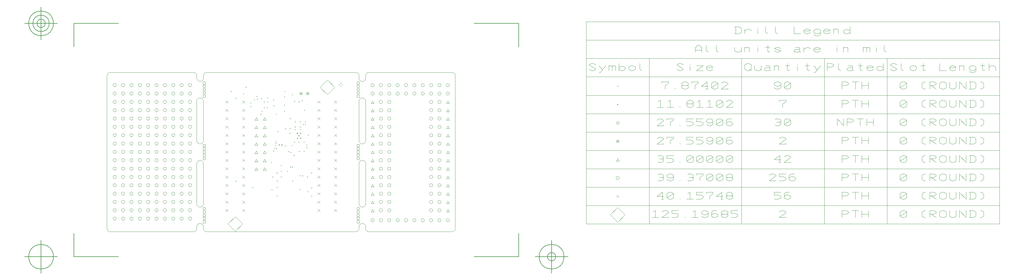
<source format=gbr>
G04 Generated by Ultiboard 11.0 *
%FSLAX25Y25*%
%MOIN*%

%ADD10C,0.00039*%
%ADD11C,0.00394*%
%ADD12C,0.00004*%
%ADD13C,0.00500*%


G04 ColorRGB 000000 for the following layer *
%LNDrill Symbols-Copper Top-Copper Bottom*%
%LPD*%
%FSLAX25Y25*%
%MOIN*%
G54D10*
X-706Y10000D02*
X81Y10000D01*
X-312Y9606D02*
X-312Y10394D01*
X-9769Y-95000D02*
X-8981Y-95000D01*
X-9375Y-95394D02*
X-9375Y-94606D01*
X-15394Y12392D02*
X-14606Y12392D01*
X-15000Y11998D02*
X-15000Y12785D01*
X-9769Y4375D02*
X-8981Y4375D01*
X-9375Y3981D02*
X-9375Y4769D01*
X8044Y-1250D02*
X8831Y-1250D01*
X8438Y-1644D02*
X8438Y-856D01*
X65856Y0D02*
X66644Y0D01*
X66250Y-394D02*
X66250Y394D01*
X60231Y938D02*
X61019Y938D01*
X60625Y544D02*
X60625Y1331D01*
X69606Y1563D02*
X70394Y1563D01*
X70000Y1169D02*
X70000Y1956D01*
X24213Y0D02*
X25000Y0D01*
X24606Y-394D02*
X24606Y394D01*
X28150Y0D02*
X28937Y0D01*
X28543Y-394D02*
X28543Y394D01*
X61169Y-30000D02*
X61956Y-30000D01*
X61563Y-30394D02*
X61563Y-29606D01*
X61169Y-33125D02*
X61956Y-33125D01*
X61563Y-33519D02*
X61563Y-32731D01*
X61169Y-23750D02*
X61956Y-23750D01*
X61563Y-24144D02*
X61563Y-23356D01*
X59606Y-63750D02*
X60394Y-63750D01*
X60000Y-64144D02*
X60000Y-63356D01*
X32731Y-72500D02*
X33519Y-72500D01*
X33125Y-72894D02*
X33125Y-72106D01*
X10544Y-102500D02*
X11331Y-102500D01*
X10938Y-102894D02*
X10938Y-102106D01*
X58066Y-94665D02*
X58853Y-94665D01*
X58460Y-95059D02*
X58460Y-94272D01*
X39606Y-94687D02*
X40394Y-94687D01*
X40000Y-95081D02*
X40000Y-94294D01*
X39606Y-112500D02*
X40394Y-112500D01*
X40000Y-112894D02*
X40000Y-112106D01*
X33356Y-105000D02*
X34144Y-105000D01*
X33750Y-105394D02*
X33750Y-104606D01*
X39606Y-102500D02*
X40394Y-102500D01*
X40000Y-102894D02*
X40000Y-102106D01*
X34294Y-90000D02*
X35081Y-90000D01*
X34688Y-90394D02*
X34688Y-89606D01*
X39606Y-85000D02*
X40394Y-85000D01*
X40000Y-85394D02*
X40000Y-84606D01*
X44294Y-83125D02*
X45081Y-83125D01*
X44688Y-83519D02*
X44688Y-82731D01*
X44294Y-90000D02*
X45081Y-90000D01*
X44688Y-90394D02*
X44688Y-89606D01*
X44294Y-76250D02*
X45081Y-76250D01*
X44688Y-76644D02*
X44688Y-75856D01*
X57606Y-78000D02*
X58394Y-78000D01*
X58000Y-78394D02*
X58000Y-77606D01*
X55606Y-78000D02*
X56394Y-78000D01*
X56000Y-78394D02*
X56000Y-77606D01*
X52106Y-83125D02*
X52894Y-83125D01*
X52500Y-83519D02*
X52500Y-82731D01*
X8044Y-5625D02*
X8831Y-5625D01*
X8438Y-6019D02*
X8438Y-5231D01*
X20212Y-14828D02*
X20999Y-14828D01*
X20605Y-15221D02*
X20605Y-14434D01*
X21481Y-11250D02*
X22269Y-11250D01*
X21875Y-11644D02*
X21875Y-10856D01*
X24213Y-6890D02*
X25000Y-6890D01*
X24606Y-7283D02*
X24606Y-6496D01*
X28150Y-6890D02*
X28937Y-6890D01*
X28543Y-7283D02*
X28543Y-6496D01*
X49606Y-32187D02*
X50394Y-32187D01*
X50000Y-32581D02*
X50000Y-31794D01*
X54919Y-31875D02*
X55706Y-31875D01*
X55313Y-32269D02*
X55313Y-31481D01*
X38044Y-47500D02*
X38831Y-47500D01*
X38438Y-47894D02*
X38438Y-47106D01*
X35231Y-58750D02*
X36019Y-58750D01*
X35625Y-59144D02*
X35625Y-58356D01*
X38597Y-56009D02*
X39385Y-56009D01*
X38991Y-56403D02*
X38991Y-55615D01*
X36794Y-55937D02*
X37581Y-55937D01*
X37188Y-56331D02*
X37188Y-55544D01*
X38044Y-49687D02*
X38831Y-49687D01*
X38438Y-50081D02*
X38438Y-49294D01*
X37731Y-52500D02*
X38519Y-52500D01*
X38125Y-52894D02*
X38125Y-52106D01*
X40544Y-35625D02*
X41331Y-35625D01*
X40938Y-36019D02*
X40938Y-35231D01*
X60231Y-48125D02*
X61019Y-48125D01*
X60625Y-48519D02*
X60625Y-47731D01*
X57106Y-52187D02*
X57894Y-52187D01*
X57500Y-52581D02*
X57500Y-51794D01*
X55856Y-60625D02*
X56644Y-60625D01*
X56250Y-61019D02*
X56250Y-60231D01*
X53356Y-59375D02*
X54144Y-59375D01*
X53750Y-59769D02*
X53750Y-58981D01*
X49606Y-52500D02*
X50394Y-52500D01*
X50000Y-52894D02*
X50000Y-52106D01*
X54919Y-37500D02*
X55706Y-37500D01*
X55313Y-37894D02*
X55313Y-37106D01*
X48356Y-11250D02*
X49144Y-11250D01*
X48750Y-11644D02*
X48750Y-10856D01*
X48356Y-3750D02*
X49144Y-3750D01*
X48750Y-4144D02*
X48750Y-3356D01*
X38809Y-14828D02*
X39596Y-14828D01*
X39203Y-15221D02*
X39203Y-14434D01*
X35856Y-4687D02*
X36644Y-4687D01*
X36250Y-5081D02*
X36250Y-4294D01*
X55231Y-20000D02*
X56019Y-20000D01*
X55625Y-20394D02*
X55625Y-19606D01*
X66794Y-105000D02*
X67581Y-105000D01*
X67188Y-105394D02*
X67188Y-104606D01*
X76169Y-107500D02*
X76956Y-107500D01*
X76563Y-107894D02*
X76563Y-107106D01*
X80856Y-112812D02*
X81644Y-112812D01*
X81250Y-113206D02*
X81250Y-112419D01*
X80856Y-102812D02*
X81644Y-102812D01*
X81250Y-103206D02*
X81250Y-102419D01*
X67106Y-88437D02*
X67894Y-88437D01*
X67500Y-88831D02*
X67500Y-88044D01*
X69919Y-88437D02*
X70706Y-88437D01*
X70313Y-88831D02*
X70313Y-88044D01*
X75856Y-90000D02*
X76644Y-90000D01*
X76250Y-90394D02*
X76250Y-89606D01*
X80856Y-85000D02*
X81644Y-85000D01*
X81250Y-85394D02*
X81250Y-84606D01*
X67106Y-30000D02*
X67894Y-30000D01*
X67500Y-30394D02*
X67500Y-29606D01*
X67106Y-33125D02*
X67894Y-33125D01*
X67500Y-33519D02*
X67500Y-32731D01*
X65856Y-48125D02*
X66644Y-48125D01*
X66250Y-48519D02*
X66250Y-47731D01*
X71794Y-48125D02*
X72581Y-48125D01*
X72188Y-48519D02*
X72188Y-47731D01*
X74919Y-51562D02*
X75706Y-51562D01*
X75313Y-51956D02*
X75313Y-51169D01*
X74919Y-54687D02*
X75706Y-54687D01*
X75313Y-55081D02*
X75313Y-54294D01*
X66169Y-59375D02*
X66956Y-59375D01*
X66563Y-59769D02*
X66563Y-58981D01*
X71794Y-59375D02*
X72581Y-59375D01*
X72188Y-59769D02*
X72188Y-58981D01*
X76794Y-39687D02*
X77581Y-39687D01*
X77188Y-40081D02*
X77188Y-39294D01*
X73044Y-26875D02*
X73831Y-26875D01*
X73438Y-27269D02*
X73438Y-26481D01*
X73044Y-23750D02*
X73831Y-23750D01*
X73438Y-24144D02*
X73438Y-23356D01*
X70856Y-26875D02*
X71644Y-26875D01*
X71250Y-27269D02*
X71250Y-26481D01*
X67106Y-23750D02*
X67894Y-23750D01*
X67500Y-24144D02*
X67500Y-23356D01*
X72106Y-10000D02*
X72894Y-10000D01*
X72500Y-10394D02*
X72500Y-9606D01*
X15231Y6875D02*
X16019Y6875D01*
X15625Y6481D02*
X15625Y7269D01*
X15856Y3438D02*
X16644Y3438D01*
X16250Y3044D02*
X16250Y3831D01*
X12106Y2500D02*
X12894Y2500D01*
X12500Y2106D02*
X12500Y2894D01*
X2559Y17669D02*
X3346Y17669D01*
X2953Y17275D02*
X2953Y18063D01*
X20856Y4063D02*
X21644Y4063D01*
X21250Y3669D02*
X21250Y4456D01*
X28356Y4688D02*
X29144Y4688D01*
X28750Y4294D02*
X28750Y5081D01*
X48356Y6250D02*
X49144Y6250D01*
X48750Y5856D02*
X48750Y6644D01*
X48356Y12500D02*
X49144Y12500D01*
X48750Y12106D02*
X48750Y12894D01*
X35231Y2188D02*
X36019Y2188D01*
X35625Y1794D02*
X35625Y2581D01*
X57731Y8438D02*
X58519Y8438D01*
X58125Y8044D02*
X58125Y8831D01*
X115748Y22638D02*
X116535Y22638D01*
X116142Y22244D02*
X116142Y23031D01*
X113780Y20669D02*
X114567Y20669D01*
X114173Y20276D02*
X114173Y21063D01*
X115748Y18701D02*
X116535Y18701D01*
X116142Y18307D02*
X116142Y19094D01*
X117717Y20669D02*
X118504Y20669D01*
X118110Y20276D02*
X118110Y21063D01*
X-48622Y-145079D02*
X-45866Y-145079D01*
X-45866Y-145079D02*
X-45866Y-142323D01*
X-45866Y-142323D02*
X-48622Y-142323D01*
X-48622Y-142323D02*
X-48622Y-145079D01*
X-48622Y-137205D02*
X-45866Y-137205D01*
X-45866Y-137205D02*
X-45866Y-134449D01*
X-45866Y-134449D02*
X-48622Y-134449D01*
X-48622Y-134449D02*
X-48622Y-137205D01*
X-48622Y-129331D02*
X-45866Y-129331D01*
X-45866Y-129331D02*
X-45866Y-126575D01*
X-45866Y-126575D02*
X-48622Y-126575D01*
X-48622Y-126575D02*
X-48622Y-129331D01*
X-48622Y-133268D02*
X-45866Y-133268D01*
X-45866Y-133268D02*
X-45866Y-130512D01*
X-45866Y-130512D02*
X-48622Y-130512D01*
X-48622Y-130512D02*
X-48622Y-133268D01*
X-48622Y-141142D02*
X-45866Y-141142D01*
X-45866Y-141142D02*
X-45866Y-138386D01*
X-45866Y-138386D02*
X-48622Y-138386D01*
X-48622Y-138386D02*
X-48622Y-141142D01*
X-48622Y-65354D02*
X-45866Y-65354D01*
X-45866Y-65354D02*
X-45866Y-62598D01*
X-45866Y-62598D02*
X-48622Y-62598D01*
X-48622Y-62598D02*
X-48622Y-65354D01*
X-48622Y-69291D02*
X-45866Y-69291D01*
X-45866Y-69291D02*
X-45866Y-66535D01*
X-45866Y-66535D02*
X-48622Y-66535D01*
X-48622Y-66535D02*
X-48622Y-69291D01*
X-48622Y-61417D02*
X-45866Y-61417D01*
X-45866Y-61417D02*
X-45866Y-58661D01*
X-45866Y-58661D02*
X-48622Y-58661D01*
X-48622Y-58661D02*
X-48622Y-61417D01*
X-48622Y-53543D02*
X-45866Y-53543D01*
X-45866Y-53543D02*
X-45866Y-50787D01*
X-45866Y-50787D02*
X-48622Y-50787D01*
X-48622Y-50787D02*
X-48622Y-53543D01*
X-48622Y-57480D02*
X-45866Y-57480D01*
X-45866Y-57480D02*
X-45866Y-54724D01*
X-45866Y-54724D02*
X-48622Y-54724D01*
X-48622Y-54724D02*
X-48622Y-57480D01*
X-48622Y13386D02*
X-45866Y13386D01*
X-45866Y13386D02*
X-45866Y16142D01*
X-45866Y16142D02*
X-48622Y16142D01*
X-48622Y16142D02*
X-48622Y13386D01*
X-48622Y9449D02*
X-45866Y9449D01*
X-45866Y9449D02*
X-45866Y12205D01*
X-45866Y12205D02*
X-48622Y12205D01*
X-48622Y12205D02*
X-48622Y9449D01*
X-48622Y5512D02*
X-45866Y5512D01*
X-45866Y5512D02*
X-45866Y8268D01*
X-45866Y8268D02*
X-48622Y8268D01*
X-48622Y8268D02*
X-48622Y5512D01*
X-48622Y21260D02*
X-45866Y21260D01*
X-45866Y21260D02*
X-45866Y24016D01*
X-45866Y24016D02*
X-48622Y24016D01*
X-48622Y24016D02*
X-48622Y21260D01*
X-48622Y17323D02*
X-45866Y17323D01*
X-45866Y17323D02*
X-45866Y20079D01*
X-45866Y20079D02*
X-48622Y20079D01*
X-48622Y20079D02*
X-48622Y17323D01*
X242344Y-1750D02*
X245844Y-1750D01*
X245844Y-1750D02*
X244094Y1237D01*
X244094Y1237D02*
X242344Y-1750D01*
X242344Y-131750D02*
X245844Y-131750D01*
X245844Y-131750D02*
X244094Y-128763D01*
X244094Y-128763D02*
X242344Y-131750D01*
X242344Y-61750D02*
X245844Y-61750D01*
X245844Y-61750D02*
X244094Y-58763D01*
X244094Y-58763D02*
X242344Y-61750D01*
X242344Y-111750D02*
X245844Y-111750D01*
X245844Y-111750D02*
X244094Y-108763D01*
X244094Y-108763D02*
X242344Y-111750D01*
X242344Y-121750D02*
X245844Y-121750D01*
X245844Y-121750D02*
X244094Y-118763D01*
X244094Y-118763D02*
X242344Y-121750D01*
X242344Y-101750D02*
X245844Y-101750D01*
X245844Y-101750D02*
X244094Y-98763D01*
X244094Y-98763D02*
X242344Y-101750D01*
X242344Y-81750D02*
X245844Y-81750D01*
X245844Y-81750D02*
X244094Y-78763D01*
X244094Y-78763D02*
X242344Y-81750D01*
X242344Y-91750D02*
X245844Y-91750D01*
X245844Y-91750D02*
X244094Y-88763D01*
X244094Y-88763D02*
X242344Y-91750D01*
X242344Y-71750D02*
X245844Y-71750D01*
X245844Y-71750D02*
X244094Y-68763D01*
X244094Y-68763D02*
X242344Y-71750D01*
X242344Y-31750D02*
X245844Y-31750D01*
X245844Y-31750D02*
X244094Y-28763D01*
X244094Y-28763D02*
X242344Y-31750D01*
X242344Y-51750D02*
X245844Y-51750D01*
X245844Y-51750D02*
X244094Y-48763D01*
X244094Y-48763D02*
X242344Y-51750D01*
X242344Y-41750D02*
X245844Y-41750D01*
X245844Y-41750D02*
X244094Y-38763D01*
X244094Y-38763D02*
X242344Y-41750D01*
X242344Y-21750D02*
X245844Y-21750D01*
X245844Y-21750D02*
X244094Y-18763D01*
X244094Y-18763D02*
X242344Y-21750D01*
X242344Y-11750D02*
X245844Y-11750D01*
X245844Y-11750D02*
X244094Y-8763D01*
X244094Y-8763D02*
X242344Y-11750D01*
X152344Y-1750D02*
X155844Y-1750D01*
X155844Y-1750D02*
X154094Y1237D01*
X154094Y1237D02*
X152344Y-1750D01*
X152344Y-131750D02*
X155844Y-131750D01*
X155844Y-131750D02*
X154094Y-128763D01*
X154094Y-128763D02*
X152344Y-131750D01*
X152344Y-61750D02*
X155844Y-61750D01*
X155844Y-61750D02*
X154094Y-58763D01*
X154094Y-58763D02*
X152344Y-61750D01*
X152344Y-71750D02*
X155844Y-71750D01*
X155844Y-71750D02*
X154094Y-68763D01*
X154094Y-68763D02*
X152344Y-71750D01*
X152344Y-81750D02*
X155844Y-81750D01*
X155844Y-81750D02*
X154094Y-78763D01*
X154094Y-78763D02*
X152344Y-81750D01*
X152344Y-121750D02*
X155844Y-121750D01*
X155844Y-121750D02*
X154094Y-118763D01*
X154094Y-118763D02*
X152344Y-121750D01*
X152344Y-101750D02*
X155844Y-101750D01*
X155844Y-101750D02*
X154094Y-98763D01*
X154094Y-98763D02*
X152344Y-101750D01*
X152344Y-91750D02*
X155844Y-91750D01*
X155844Y-91750D02*
X154094Y-88763D01*
X154094Y-88763D02*
X152344Y-91750D01*
X152344Y-111750D02*
X155844Y-111750D01*
X155844Y-111750D02*
X154094Y-108763D01*
X154094Y-108763D02*
X152344Y-111750D01*
X152344Y-21750D02*
X155844Y-21750D01*
X155844Y-21750D02*
X154094Y-18763D01*
X154094Y-18763D02*
X152344Y-21750D01*
X152344Y-11750D02*
X155844Y-11750D01*
X155844Y-11750D02*
X154094Y-8763D01*
X154094Y-8763D02*
X152344Y-11750D01*
X152344Y-41750D02*
X155844Y-41750D01*
X155844Y-41750D02*
X154094Y-38763D01*
X154094Y-38763D02*
X152344Y-41750D01*
X152344Y-31750D02*
X155844Y-31750D01*
X155844Y-31750D02*
X154094Y-28763D01*
X154094Y-28763D02*
X152344Y-31750D01*
X152344Y-51750D02*
X155844Y-51750D01*
X155844Y-51750D02*
X154094Y-48763D01*
X154094Y-48763D02*
X152344Y-51750D01*
X63691Y-43578D02*
G75*
D01*
G02X63691Y-43578I591J0*
G01*
X64052Y-43746D02*
X64052Y-43493D01*
X64052Y-43493D02*
X64183Y-43325D01*
X64183Y-43325D02*
X64314Y-43325D01*
X64314Y-43325D02*
X64446Y-43493D01*
X64446Y-43493D02*
X64446Y-43746D01*
X64052Y-43620D02*
X64446Y-43620D01*
X63691Y-37672D02*
G75*
D01*
G02X63691Y-37672I591J0*
G01*
X64052Y-37841D02*
X64052Y-37588D01*
X64052Y-37588D02*
X64183Y-37419D01*
X64183Y-37419D02*
X64314Y-37419D01*
X64314Y-37419D02*
X64446Y-37588D01*
X64446Y-37588D02*
X64446Y-37841D01*
X64052Y-37714D02*
X64446Y-37714D01*
X65659Y-40625D02*
G75*
D01*
G02X65659Y-40625I591J0*
G01*
X66020Y-40794D02*
X66020Y-40541D01*
X66020Y-40541D02*
X66152Y-40372D01*
X66152Y-40372D02*
X66283Y-40372D01*
X66283Y-40372D02*
X66414Y-40541D01*
X66414Y-40541D02*
X66414Y-40794D01*
X66020Y-40667D02*
X66414Y-40667D01*
X67628Y-37672D02*
G75*
D01*
G02X67628Y-37672I591J0*
G01*
X67989Y-37841D02*
X67989Y-37588D01*
X67989Y-37588D02*
X68120Y-37419D01*
X68120Y-37419D02*
X68251Y-37419D01*
X68251Y-37419D02*
X68383Y-37588D01*
X68383Y-37588D02*
X68383Y-37841D01*
X67989Y-37714D02*
X68383Y-37714D01*
X67628Y-43578D02*
G75*
D01*
G02X67628Y-43578I591J0*
G01*
X67989Y-43746D02*
X67989Y-43493D01*
X67989Y-43493D02*
X68120Y-43325D01*
X68120Y-43325D02*
X68251Y-43325D01*
X68251Y-43325D02*
X68383Y-43493D01*
X68383Y-43493D02*
X68383Y-43746D01*
X67989Y-43620D02*
X68383Y-43620D01*
X23250Y-61750D02*
X26750Y-61750D01*
X26750Y-61750D02*
X25000Y-58763D01*
X25000Y-58763D02*
X23250Y-61750D01*
X13250Y-61750D02*
X16750Y-61750D01*
X16750Y-61750D02*
X15000Y-58763D01*
X15000Y-58763D02*
X13250Y-61750D01*
X13250Y-81750D02*
X16750Y-81750D01*
X16750Y-81750D02*
X15000Y-78763D01*
X15000Y-78763D02*
X13250Y-81750D01*
X13250Y-71750D02*
X16750Y-71750D01*
X16750Y-71750D02*
X15000Y-68763D01*
X15000Y-68763D02*
X13250Y-71750D01*
X23250Y-81750D02*
X26750Y-81750D01*
X26750Y-81750D02*
X25000Y-78763D01*
X25000Y-78763D02*
X23250Y-81750D01*
X23250Y-71750D02*
X26750Y-71750D01*
X26750Y-71750D02*
X25000Y-68763D01*
X25000Y-68763D02*
X23250Y-71750D01*
X23250Y-31750D02*
X26750Y-31750D01*
X26750Y-31750D02*
X25000Y-28763D01*
X25000Y-28763D02*
X23250Y-31750D01*
X13250Y-31750D02*
X16750Y-31750D01*
X16750Y-31750D02*
X15000Y-28763D01*
X15000Y-28763D02*
X13250Y-31750D01*
X13250Y-51750D02*
X16750Y-51750D01*
X16750Y-51750D02*
X15000Y-48763D01*
X15000Y-48763D02*
X13250Y-51750D01*
X13250Y-41750D02*
X16750Y-41750D01*
X16750Y-41750D02*
X15000Y-38763D01*
X15000Y-38763D02*
X13250Y-41750D01*
X23250Y-51750D02*
X26750Y-51750D01*
X26750Y-51750D02*
X25000Y-48763D01*
X25000Y-48763D02*
X23250Y-51750D01*
X23250Y-41750D02*
X26750Y-41750D01*
X26750Y-41750D02*
X25000Y-38763D01*
X25000Y-38763D02*
X23250Y-41750D01*
X13250Y-21750D02*
X16750Y-21750D01*
X16750Y-21750D02*
X15000Y-18763D01*
X15000Y-18763D02*
X13250Y-21750D01*
X23250Y-21750D02*
X26750Y-21750D01*
X26750Y-21750D02*
X25000Y-18763D01*
X25000Y-18763D02*
X23250Y-21750D01*
X45309Y-51675D02*
G75*
D01*
G02X45309Y-51675I591J0*
G01*
X45670Y-51844D02*
X45670Y-51591D01*
X45670Y-51591D02*
X45801Y-51422D01*
X45801Y-51422D02*
X45933Y-51422D01*
X45933Y-51422D02*
X46064Y-51591D01*
X46064Y-51591D02*
X46064Y-51844D01*
X45670Y-51717D02*
X46064Y-51717D01*
X42160Y-51675D02*
G75*
D01*
G02X42160Y-51675I591J0*
G01*
X42521Y-51844D02*
X42521Y-51591D01*
X42521Y-51591D02*
X42652Y-51422D01*
X42652Y-51422D02*
X42783Y-51422D01*
X42783Y-51422D02*
X42914Y-51591D01*
X42914Y-51591D02*
X42914Y-51844D01*
X42521Y-51717D02*
X42914Y-51717D01*
X135433Y-145079D02*
X138189Y-145079D01*
X138189Y-145079D02*
X138189Y-142323D01*
X138189Y-142323D02*
X135433Y-142323D01*
X135433Y-142323D02*
X135433Y-145079D01*
X135433Y-129331D02*
X138189Y-129331D01*
X138189Y-129331D02*
X138189Y-126575D01*
X138189Y-126575D02*
X135433Y-126575D01*
X135433Y-126575D02*
X135433Y-129331D01*
X135433Y-137205D02*
X138189Y-137205D01*
X138189Y-137205D02*
X138189Y-134449D01*
X138189Y-134449D02*
X135433Y-134449D01*
X135433Y-134449D02*
X135433Y-137205D01*
X135433Y-141142D02*
X138189Y-141142D01*
X138189Y-141142D02*
X138189Y-138386D01*
X138189Y-138386D02*
X135433Y-138386D01*
X135433Y-138386D02*
X135433Y-141142D01*
X135433Y-133268D02*
X138189Y-133268D01*
X138189Y-133268D02*
X138189Y-130512D01*
X138189Y-130512D02*
X135433Y-130512D01*
X135433Y-130512D02*
X135433Y-133268D01*
X135433Y-65354D02*
X138189Y-65354D01*
X138189Y-65354D02*
X138189Y-62598D01*
X138189Y-62598D02*
X135433Y-62598D01*
X135433Y-62598D02*
X135433Y-65354D01*
X135433Y-69291D02*
X138189Y-69291D01*
X138189Y-69291D02*
X138189Y-66535D01*
X138189Y-66535D02*
X135433Y-66535D01*
X135433Y-66535D02*
X135433Y-69291D01*
X135433Y-61417D02*
X138189Y-61417D01*
X138189Y-61417D02*
X138189Y-58661D01*
X138189Y-58661D02*
X135433Y-58661D01*
X135433Y-58661D02*
X135433Y-61417D01*
X135433Y-57480D02*
X138189Y-57480D01*
X138189Y-57480D02*
X138189Y-54724D01*
X138189Y-54724D02*
X135433Y-54724D01*
X135433Y-54724D02*
X135433Y-57480D01*
X135433Y-53543D02*
X138189Y-53543D01*
X138189Y-53543D02*
X138189Y-50787D01*
X138189Y-50787D02*
X135433Y-50787D01*
X135433Y-50787D02*
X135433Y-53543D01*
X75059Y8622D02*
X77815Y8622D01*
X77815Y8622D02*
X77815Y11378D01*
X77815Y11378D02*
X75059Y11378D01*
X75059Y11378D02*
X75059Y8622D01*
X75901Y9606D02*
X75901Y10197D01*
X75901Y10197D02*
X76207Y10591D01*
X76207Y10591D02*
X76514Y10591D01*
X76514Y10591D02*
X76820Y10197D01*
X76820Y10197D02*
X76820Y9606D01*
X75901Y9902D02*
X76820Y9902D01*
X67185Y8622D02*
X69941Y8622D01*
X69941Y8622D02*
X69941Y11378D01*
X69941Y11378D02*
X67185Y11378D01*
X67185Y11378D02*
X67185Y8622D01*
X68027Y9606D02*
X68027Y10197D01*
X68027Y10197D02*
X68333Y10591D01*
X68333Y10591D02*
X68640Y10591D01*
X68640Y10591D02*
X68946Y10197D01*
X68946Y10197D02*
X68946Y9606D01*
X68027Y9902D02*
X68946Y9902D01*
X135433Y13386D02*
X138189Y13386D01*
X138189Y13386D02*
X138189Y16142D01*
X138189Y16142D02*
X135433Y16142D01*
X135433Y16142D02*
X135433Y13386D01*
X135433Y5512D02*
X138189Y5512D01*
X138189Y5512D02*
X138189Y8268D01*
X138189Y8268D02*
X135433Y8268D01*
X135433Y8268D02*
X135433Y5512D01*
X135433Y9449D02*
X138189Y9449D01*
X138189Y9449D02*
X138189Y12205D01*
X138189Y12205D02*
X135433Y12205D01*
X135433Y12205D02*
X135433Y9449D01*
X135433Y17323D02*
X138189Y17323D01*
X138189Y17323D02*
X138189Y20079D01*
X138189Y20079D02*
X135433Y20079D01*
X135433Y20079D02*
X135433Y17323D01*
X135433Y21260D02*
X138189Y21260D01*
X138189Y21260D02*
X138189Y24016D01*
X138189Y24016D02*
X135433Y24016D01*
X135433Y24016D02*
X135433Y21260D01*
X445297Y-70959D02*
X448797Y-70959D01*
X448797Y-70959D02*
X447047Y-67971D01*
X447047Y-67971D02*
X445297Y-70959D01*
X445669Y-48550D02*
X448425Y-48550D01*
X448425Y-48550D02*
X448425Y-45794D01*
X448425Y-45794D02*
X445669Y-45794D01*
X445669Y-45794D02*
X445669Y-48550D01*
X446511Y-47566D02*
X446511Y-46975D01*
X446511Y-46975D02*
X446818Y-46582D01*
X446818Y-46582D02*
X447124Y-46582D01*
X447124Y-46582D02*
X447430Y-46975D01*
X447430Y-46975D02*
X447430Y-47566D01*
X446511Y-47271D02*
X447430Y-47271D01*
X445669Y-26514D02*
X448425Y-26514D01*
X448425Y-26514D02*
X448425Y-23758D01*
X448425Y-23758D02*
X445669Y-23758D01*
X445669Y-23758D02*
X445669Y-26514D01*
X446457Y-3100D02*
G75*
D01*
G02X446457Y-3100I591J0*
G01*
X446818Y-3269D02*
X446818Y-3016D01*
X446818Y-3016D02*
X446949Y-2847D01*
X446949Y-2847D02*
X447080Y-2847D01*
X447080Y-2847D02*
X447211Y-3016D01*
X447211Y-3016D02*
X447211Y-3269D01*
X446818Y-3142D02*
X447211Y-3142D01*
X446654Y18936D02*
X447441Y18936D01*
X447047Y18543D02*
X447047Y19330D01*
G54D11*
X-1420Y-1420D02*
X1420Y1420D01*
X-1420Y1420D02*
X1420Y-1420D01*
X-1420Y-131420D02*
X1420Y-128580D01*
X-1420Y-128580D02*
X1420Y-131420D01*
X-1420Y-61420D02*
X1420Y-58580D01*
X-1420Y-58580D02*
X1420Y-61420D01*
X-1420Y-111420D02*
X1420Y-108580D01*
X-1420Y-108580D02*
X1420Y-111420D01*
X-1420Y-121420D02*
X1420Y-118580D01*
X-1420Y-118580D02*
X1420Y-121420D01*
X-1420Y-101420D02*
X1420Y-98580D01*
X-1420Y-98580D02*
X1420Y-101420D01*
X-1420Y-81420D02*
X1420Y-78580D01*
X-1420Y-78580D02*
X1420Y-81420D01*
X-1420Y-91420D02*
X1420Y-88580D01*
X-1420Y-88580D02*
X1420Y-91420D01*
X-1420Y-71420D02*
X1420Y-68580D01*
X-1420Y-68580D02*
X1420Y-71420D01*
X-1420Y-31420D02*
X1420Y-28580D01*
X-1420Y-28580D02*
X1420Y-31420D01*
X-1420Y-51420D02*
X1420Y-48580D01*
X-1420Y-48580D02*
X1420Y-51420D01*
X-1420Y-41420D02*
X1420Y-38580D01*
X-1420Y-38580D02*
X1420Y-41420D01*
X-1420Y-21420D02*
X1420Y-18580D01*
X-1420Y-18580D02*
X1420Y-21420D01*
X-1420Y-11420D02*
X1420Y-8580D01*
X-1420Y-8580D02*
X1420Y-11420D01*
X-96063Y0D02*
G75*
D01*
G02X-96063Y0I1969J0*
G01*
X-156063Y0D02*
G75*
D01*
G02X-156063Y0I1969J0*
G01*
X-126063Y0D02*
G75*
D01*
G02X-126063Y0I1969J0*
G01*
X-146063Y0D02*
G75*
D01*
G02X-146063Y0I1969J0*
G01*
X-136063Y0D02*
G75*
D01*
G02X-136063Y0I1969J0*
G01*
X-106063Y0D02*
G75*
D01*
G02X-106063Y0I1969J0*
G01*
X-116063Y0D02*
G75*
D01*
G02X-116063Y0I1969J0*
G01*
X-66063Y0D02*
G75*
D01*
G02X-66063Y0I1969J0*
G01*
X-76063Y0D02*
G75*
D01*
G02X-76063Y0I1969J0*
G01*
X-86063Y0D02*
G75*
D01*
G02X-86063Y0I1969J0*
G01*
X-126063Y-130000D02*
G75*
D01*
G02X-126063Y-130000I1969J0*
G01*
X-126063Y-140000D02*
G75*
D01*
G02X-126063Y-140000I1969J0*
G01*
X-126063Y-60000D02*
G75*
D01*
G02X-126063Y-60000I1969J0*
G01*
X-126063Y-110000D02*
G75*
D01*
G02X-126063Y-110000I1969J0*
G01*
X-126063Y-120000D02*
G75*
D01*
G02X-126063Y-120000I1969J0*
G01*
X-126063Y-100000D02*
G75*
D01*
G02X-126063Y-100000I1969J0*
G01*
X-126063Y-80000D02*
G75*
D01*
G02X-126063Y-80000I1969J0*
G01*
X-126063Y-90000D02*
G75*
D01*
G02X-126063Y-90000I1969J0*
G01*
X-126063Y-70000D02*
G75*
D01*
G02X-126063Y-70000I1969J0*
G01*
X-126063Y-30000D02*
G75*
D01*
G02X-126063Y-30000I1969J0*
G01*
X-126063Y-50000D02*
G75*
D01*
G02X-126063Y-50000I1969J0*
G01*
X-126063Y-40000D02*
G75*
D01*
G02X-126063Y-40000I1969J0*
G01*
X-126063Y-20000D02*
G75*
D01*
G02X-126063Y-20000I1969J0*
G01*
X-126063Y-10000D02*
G75*
D01*
G02X-126063Y-10000I1969J0*
G01*
X-156063Y-130000D02*
G75*
D01*
G02X-156063Y-130000I1969J0*
G01*
X-146063Y-130000D02*
G75*
D01*
G02X-146063Y-130000I1969J0*
G01*
X-136063Y-130000D02*
G75*
D01*
G02X-136063Y-130000I1969J0*
G01*
X-156063Y-140000D02*
G75*
D01*
G02X-156063Y-140000I1969J0*
G01*
X-146063Y-140000D02*
G75*
D01*
G02X-146063Y-140000I1969J0*
G01*
X-136063Y-140000D02*
G75*
D01*
G02X-136063Y-140000I1969J0*
G01*
X-136063Y-60000D02*
G75*
D01*
G02X-136063Y-60000I1969J0*
G01*
X-156063Y-60000D02*
G75*
D01*
G02X-156063Y-60000I1969J0*
G01*
X-146063Y-60000D02*
G75*
D01*
G02X-146063Y-60000I1969J0*
G01*
X-156063Y-110000D02*
G75*
D01*
G02X-156063Y-110000I1969J0*
G01*
X-156063Y-120000D02*
G75*
D01*
G02X-156063Y-120000I1969J0*
G01*
X-156063Y-100000D02*
G75*
D01*
G02X-156063Y-100000I1969J0*
G01*
X-156063Y-80000D02*
G75*
D01*
G02X-156063Y-80000I1969J0*
G01*
X-156063Y-90000D02*
G75*
D01*
G02X-156063Y-90000I1969J0*
G01*
X-156063Y-70000D02*
G75*
D01*
G02X-156063Y-70000I1969J0*
G01*
X-146063Y-120000D02*
G75*
D01*
G02X-146063Y-120000I1969J0*
G01*
X-146063Y-100000D02*
G75*
D01*
G02X-146063Y-100000I1969J0*
G01*
X-146063Y-110000D02*
G75*
D01*
G02X-146063Y-110000I1969J0*
G01*
X-136063Y-110000D02*
G75*
D01*
G02X-136063Y-110000I1969J0*
G01*
X-136063Y-120000D02*
G75*
D01*
G02X-136063Y-120000I1969J0*
G01*
X-136063Y-100000D02*
G75*
D01*
G02X-136063Y-100000I1969J0*
G01*
X-146063Y-90000D02*
G75*
D01*
G02X-146063Y-90000I1969J0*
G01*
X-146063Y-70000D02*
G75*
D01*
G02X-146063Y-70000I1969J0*
G01*
X-146063Y-80000D02*
G75*
D01*
G02X-146063Y-80000I1969J0*
G01*
X-136063Y-80000D02*
G75*
D01*
G02X-136063Y-80000I1969J0*
G01*
X-136063Y-90000D02*
G75*
D01*
G02X-136063Y-90000I1969J0*
G01*
X-136063Y-70000D02*
G75*
D01*
G02X-136063Y-70000I1969J0*
G01*
X-156063Y-30000D02*
G75*
D01*
G02X-156063Y-30000I1969J0*
G01*
X-156063Y-50000D02*
G75*
D01*
G02X-156063Y-50000I1969J0*
G01*
X-156063Y-40000D02*
G75*
D01*
G02X-156063Y-40000I1969J0*
G01*
X-156063Y-20000D02*
G75*
D01*
G02X-156063Y-20000I1969J0*
G01*
X-156063Y-10000D02*
G75*
D01*
G02X-156063Y-10000I1969J0*
G01*
X-136063Y-30000D02*
G75*
D01*
G02X-136063Y-30000I1969J0*
G01*
X-146063Y-30000D02*
G75*
D01*
G02X-146063Y-30000I1969J0*
G01*
X-146063Y-50000D02*
G75*
D01*
G02X-146063Y-50000I1969J0*
G01*
X-146063Y-40000D02*
G75*
D01*
G02X-146063Y-40000I1969J0*
G01*
X-136063Y-50000D02*
G75*
D01*
G02X-136063Y-50000I1969J0*
G01*
X-136063Y-40000D02*
G75*
D01*
G02X-136063Y-40000I1969J0*
G01*
X-146063Y-20000D02*
G75*
D01*
G02X-146063Y-20000I1969J0*
G01*
X-146063Y-10000D02*
G75*
D01*
G02X-146063Y-10000I1969J0*
G01*
X-136063Y-20000D02*
G75*
D01*
G02X-136063Y-20000I1969J0*
G01*
X-136063Y-10000D02*
G75*
D01*
G02X-136063Y-10000I1969J0*
G01*
X-66063Y-130000D02*
G75*
D01*
G02X-66063Y-130000I1969J0*
G01*
X-96063Y-130000D02*
G75*
D01*
G02X-96063Y-130000I1969J0*
G01*
X-106063Y-130000D02*
G75*
D01*
G02X-106063Y-130000I1969J0*
G01*
X-116063Y-130000D02*
G75*
D01*
G02X-116063Y-130000I1969J0*
G01*
X-76063Y-130000D02*
G75*
D01*
G02X-76063Y-130000I1969J0*
G01*
X-86063Y-130000D02*
G75*
D01*
G02X-86063Y-130000I1969J0*
G01*
X-66063Y-140000D02*
G75*
D01*
G02X-66063Y-140000I1969J0*
G01*
X-96063Y-140000D02*
G75*
D01*
G02X-96063Y-140000I1969J0*
G01*
X-116063Y-140000D02*
G75*
D01*
G02X-116063Y-140000I1969J0*
G01*
X-106063Y-140000D02*
G75*
D01*
G02X-106063Y-140000I1969J0*
G01*
X-86063Y-140000D02*
G75*
D01*
G02X-86063Y-140000I1969J0*
G01*
X-76063Y-140000D02*
G75*
D01*
G02X-76063Y-140000I1969J0*
G01*
X-66063Y-120000D02*
G75*
D01*
G02X-66063Y-120000I1969J0*
G01*
X-66063Y-50000D02*
G75*
D01*
G02X-66063Y-50000I1969J0*
G01*
X-66063Y-60000D02*
G75*
D01*
G02X-66063Y-60000I1969J0*
G01*
X-66063Y-110000D02*
G75*
D01*
G02X-66063Y-110000I1969J0*
G01*
X-66063Y-100000D02*
G75*
D01*
G02X-66063Y-100000I1969J0*
G01*
X-66063Y-80000D02*
G75*
D01*
G02X-66063Y-80000I1969J0*
G01*
X-66063Y-90000D02*
G75*
D01*
G02X-66063Y-90000I1969J0*
G01*
X-66063Y-70000D02*
G75*
D01*
G02X-66063Y-70000I1969J0*
G01*
X-66063Y-30000D02*
G75*
D01*
G02X-66063Y-30000I1969J0*
G01*
X-66063Y-40000D02*
G75*
D01*
G02X-66063Y-40000I1969J0*
G01*
X-66063Y-20000D02*
G75*
D01*
G02X-66063Y-20000I1969J0*
G01*
X-66063Y-10000D02*
G75*
D01*
G02X-66063Y-10000I1969J0*
G01*
X-96063Y-60000D02*
G75*
D01*
G02X-96063Y-60000I1969J0*
G01*
X-106063Y-60000D02*
G75*
D01*
G02X-106063Y-60000I1969J0*
G01*
X-116063Y-60000D02*
G75*
D01*
G02X-116063Y-60000I1969J0*
G01*
X-76063Y-60000D02*
G75*
D01*
G02X-76063Y-60000I1969J0*
G01*
X-86063Y-60000D02*
G75*
D01*
G02X-86063Y-60000I1969J0*
G01*
X-96063Y-110000D02*
G75*
D01*
G02X-96063Y-110000I1969J0*
G01*
X-96063Y-120000D02*
G75*
D01*
G02X-96063Y-120000I1969J0*
G01*
X-96063Y-100000D02*
G75*
D01*
G02X-96063Y-100000I1969J0*
G01*
X-96063Y-80000D02*
G75*
D01*
G02X-96063Y-80000I1969J0*
G01*
X-96063Y-90000D02*
G75*
D01*
G02X-96063Y-90000I1969J0*
G01*
X-96063Y-70000D02*
G75*
D01*
G02X-96063Y-70000I1969J0*
G01*
X-116063Y-120000D02*
G75*
D01*
G02X-116063Y-120000I1969J0*
G01*
X-116063Y-100000D02*
G75*
D01*
G02X-116063Y-100000I1969J0*
G01*
X-116063Y-110000D02*
G75*
D01*
G02X-116063Y-110000I1969J0*
G01*
X-106063Y-110000D02*
G75*
D01*
G02X-106063Y-110000I1969J0*
G01*
X-106063Y-120000D02*
G75*
D01*
G02X-106063Y-120000I1969J0*
G01*
X-106063Y-100000D02*
G75*
D01*
G02X-106063Y-100000I1969J0*
G01*
X-116063Y-90000D02*
G75*
D01*
G02X-116063Y-90000I1969J0*
G01*
X-116063Y-70000D02*
G75*
D01*
G02X-116063Y-70000I1969J0*
G01*
X-116063Y-80000D02*
G75*
D01*
G02X-116063Y-80000I1969J0*
G01*
X-106063Y-80000D02*
G75*
D01*
G02X-106063Y-80000I1969J0*
G01*
X-106063Y-90000D02*
G75*
D01*
G02X-106063Y-90000I1969J0*
G01*
X-106063Y-70000D02*
G75*
D01*
G02X-106063Y-70000I1969J0*
G01*
X-86063Y-110000D02*
G75*
D01*
G02X-86063Y-110000I1969J0*
G01*
X-86063Y-120000D02*
G75*
D01*
G02X-86063Y-120000I1969J0*
G01*
X-86063Y-100000D02*
G75*
D01*
G02X-86063Y-100000I1969J0*
G01*
X-76063Y-110000D02*
G75*
D01*
G02X-76063Y-110000I1969J0*
G01*
X-76063Y-120000D02*
G75*
D01*
G02X-76063Y-120000I1969J0*
G01*
X-76063Y-100000D02*
G75*
D01*
G02X-76063Y-100000I1969J0*
G01*
X-86063Y-80000D02*
G75*
D01*
G02X-86063Y-80000I1969J0*
G01*
X-86063Y-90000D02*
G75*
D01*
G02X-86063Y-90000I1969J0*
G01*
X-86063Y-70000D02*
G75*
D01*
G02X-86063Y-70000I1969J0*
G01*
X-76063Y-80000D02*
G75*
D01*
G02X-76063Y-80000I1969J0*
G01*
X-76063Y-90000D02*
G75*
D01*
G02X-76063Y-90000I1969J0*
G01*
X-76063Y-70000D02*
G75*
D01*
G02X-76063Y-70000I1969J0*
G01*
X-96063Y-30000D02*
G75*
D01*
G02X-96063Y-30000I1969J0*
G01*
X-96063Y-50000D02*
G75*
D01*
G02X-96063Y-50000I1969J0*
G01*
X-96063Y-40000D02*
G75*
D01*
G02X-96063Y-40000I1969J0*
G01*
X-96063Y-20000D02*
G75*
D01*
G02X-96063Y-20000I1969J0*
G01*
X-96063Y-10000D02*
G75*
D01*
G02X-96063Y-10000I1969J0*
G01*
X-106063Y-30000D02*
G75*
D01*
G02X-106063Y-30000I1969J0*
G01*
X-116063Y-30000D02*
G75*
D01*
G02X-116063Y-30000I1969J0*
G01*
X-116063Y-50000D02*
G75*
D01*
G02X-116063Y-50000I1969J0*
G01*
X-116063Y-40000D02*
G75*
D01*
G02X-116063Y-40000I1969J0*
G01*
X-106063Y-50000D02*
G75*
D01*
G02X-106063Y-50000I1969J0*
G01*
X-106063Y-40000D02*
G75*
D01*
G02X-106063Y-40000I1969J0*
G01*
X-116063Y-20000D02*
G75*
D01*
G02X-116063Y-20000I1969J0*
G01*
X-116063Y-10000D02*
G75*
D01*
G02X-116063Y-10000I1969J0*
G01*
X-106063Y-20000D02*
G75*
D01*
G02X-106063Y-20000I1969J0*
G01*
X-106063Y-10000D02*
G75*
D01*
G02X-106063Y-10000I1969J0*
G01*
X-76063Y-30000D02*
G75*
D01*
G02X-76063Y-30000I1969J0*
G01*
X-86063Y-30000D02*
G75*
D01*
G02X-86063Y-30000I1969J0*
G01*
X-86063Y-50000D02*
G75*
D01*
G02X-86063Y-50000I1969J0*
G01*
X-86063Y-40000D02*
G75*
D01*
G02X-86063Y-40000I1969J0*
G01*
X-76063Y-50000D02*
G75*
D01*
G02X-76063Y-50000I1969J0*
G01*
X-76063Y-40000D02*
G75*
D01*
G02X-76063Y-40000I1969J0*
G01*
X-86063Y-20000D02*
G75*
D01*
G02X-86063Y-20000I1969J0*
G01*
X-86063Y-10000D02*
G75*
D01*
G02X-86063Y-10000I1969J0*
G01*
X-76063Y-20000D02*
G75*
D01*
G02X-76063Y-20000I1969J0*
G01*
X-76063Y-10000D02*
G75*
D01*
G02X-76063Y-10000I1969J0*
G01*
X-126063Y10000D02*
G75*
D01*
G02X-126063Y10000I1969J0*
G01*
X-126063Y20000D02*
G75*
D01*
G02X-126063Y20000I1969J0*
G01*
X-156063Y10000D02*
G75*
D01*
G02X-156063Y10000I1969J0*
G01*
X-156063Y20000D02*
G75*
D01*
G02X-156063Y20000I1969J0*
G01*
X-146063Y10000D02*
G75*
D01*
G02X-146063Y10000I1969J0*
G01*
X-146063Y20000D02*
G75*
D01*
G02X-146063Y20000I1969J0*
G01*
X-136063Y10000D02*
G75*
D01*
G02X-136063Y10000I1969J0*
G01*
X-136063Y20000D02*
G75*
D01*
G02X-136063Y20000I1969J0*
G01*
X-66063Y10000D02*
G75*
D01*
G02X-66063Y10000I1969J0*
G01*
X-66063Y20000D02*
G75*
D01*
G02X-66063Y20000I1969J0*
G01*
X-96063Y10000D02*
G75*
D01*
G02X-96063Y10000I1969J0*
G01*
X-96063Y20000D02*
G75*
D01*
G02X-96063Y20000I1969J0*
G01*
X-116063Y10000D02*
G75*
D01*
G02X-116063Y10000I1969J0*
G01*
X-116063Y20000D02*
G75*
D01*
G02X-116063Y20000I1969J0*
G01*
X-106063Y10000D02*
G75*
D01*
G02X-106063Y10000I1969J0*
G01*
X-106063Y20000D02*
G75*
D01*
G02X-106063Y20000I1969J0*
G01*
X-86063Y10000D02*
G75*
D01*
G02X-86063Y10000I1969J0*
G01*
X-86063Y20000D02*
G75*
D01*
G02X-86063Y20000I1969J0*
G01*
X-76063Y10000D02*
G75*
D01*
G02X-76063Y10000I1969J0*
G01*
X-76063Y20000D02*
G75*
D01*
G02X-76063Y20000I1969J0*
G01*
X-21420Y-1420D02*
X-18580Y1420D01*
X-21420Y1420D02*
X-18580Y-1420D01*
X-21420Y-131420D02*
X-18580Y-128580D01*
X-21420Y-128580D02*
X-18580Y-131420D01*
X-21420Y-61420D02*
X-18580Y-58580D01*
X-21420Y-58580D02*
X-18580Y-61420D01*
X-21420Y-111420D02*
X-18580Y-108580D01*
X-21420Y-108580D02*
X-18580Y-111420D01*
X-21420Y-121420D02*
X-18580Y-118580D01*
X-21420Y-118580D02*
X-18580Y-121420D01*
X-21420Y-101420D02*
X-18580Y-98580D01*
X-21420Y-98580D02*
X-18580Y-101420D01*
X-21420Y-81420D02*
X-18580Y-78580D01*
X-21420Y-78580D02*
X-18580Y-81420D01*
X-21420Y-91420D02*
X-18580Y-88580D01*
X-21420Y-88580D02*
X-18580Y-91420D01*
X-21420Y-71420D02*
X-18580Y-68580D01*
X-21420Y-68580D02*
X-18580Y-71420D01*
X-21420Y-31420D02*
X-18580Y-28580D01*
X-21420Y-28580D02*
X-18580Y-31420D01*
X-21420Y-51420D02*
X-18580Y-48580D01*
X-21420Y-48580D02*
X-18580Y-51420D01*
X-21420Y-41420D02*
X-18580Y-38580D01*
X-21420Y-38580D02*
X-18580Y-41420D01*
X-21420Y-21420D02*
X-18580Y-18580D01*
X-21420Y-18580D02*
X-18580Y-21420D01*
X-21420Y-11420D02*
X-18580Y-8580D01*
X-21420Y-8580D02*
X-18580Y-11420D01*
X-10000Y-155103D02*
X-1147Y-146250D01*
X-1147Y-146250D02*
X-10000Y-137397D01*
X-10000Y-137397D02*
X-18853Y-146250D01*
X-18853Y-146250D02*
X-10000Y-155103D01*
X172126Y0D02*
G75*
D01*
G02X172126Y0I1969J0*
G01*
X162126Y0D02*
G75*
D01*
G02X162126Y0I1969J0*
G01*
X172126Y-130000D02*
G75*
D01*
G02X172126Y-130000I1969J0*
G01*
X162126Y-130000D02*
G75*
D01*
G02X162126Y-130000I1969J0*
G01*
X172126Y-60000D02*
G75*
D01*
G02X172126Y-60000I1969J0*
G01*
X162126Y-60000D02*
G75*
D01*
G02X162126Y-60000I1969J0*
G01*
X172126Y-110000D02*
G75*
D01*
G02X172126Y-110000I1969J0*
G01*
X172126Y-120000D02*
G75*
D01*
G02X172126Y-120000I1969J0*
G01*
X172126Y-100000D02*
G75*
D01*
G02X172126Y-100000I1969J0*
G01*
X162126Y-110000D02*
G75*
D01*
G02X162126Y-110000I1969J0*
G01*
X162126Y-120000D02*
G75*
D01*
G02X162126Y-120000I1969J0*
G01*
X162126Y-100000D02*
G75*
D01*
G02X162126Y-100000I1969J0*
G01*
X172126Y-80000D02*
G75*
D01*
G02X172126Y-80000I1969J0*
G01*
X172126Y-90000D02*
G75*
D01*
G02X172126Y-90000I1969J0*
G01*
X172126Y-70000D02*
G75*
D01*
G02X172126Y-70000I1969J0*
G01*
X162126Y-80000D02*
G75*
D01*
G02X162126Y-80000I1969J0*
G01*
X162126Y-90000D02*
G75*
D01*
G02X162126Y-90000I1969J0*
G01*
X162126Y-70000D02*
G75*
D01*
G02X162126Y-70000I1969J0*
G01*
X172126Y-30000D02*
G75*
D01*
G02X172126Y-30000I1969J0*
G01*
X162126Y-30000D02*
G75*
D01*
G02X162126Y-30000I1969J0*
G01*
X172126Y-50000D02*
G75*
D01*
G02X172126Y-50000I1969J0*
G01*
X172126Y-40000D02*
G75*
D01*
G02X172126Y-40000I1969J0*
G01*
X162126Y-50000D02*
G75*
D01*
G02X162126Y-50000I1969J0*
G01*
X162126Y-40000D02*
G75*
D01*
G02X162126Y-40000I1969J0*
G01*
X172126Y-20000D02*
G75*
D01*
G02X172126Y-20000I1969J0*
G01*
X172126Y-10000D02*
G75*
D01*
G02X172126Y-10000I1969J0*
G01*
X162126Y-20000D02*
G75*
D01*
G02X162126Y-20000I1969J0*
G01*
X162126Y-10000D02*
G75*
D01*
G02X162126Y-10000I1969J0*
G01*
X108580Y-1420D02*
X111420Y1420D01*
X108580Y1420D02*
X111420Y-1420D01*
X108580Y-131420D02*
X111420Y-128580D01*
X108580Y-128580D02*
X111420Y-131420D01*
X108580Y-61420D02*
X111420Y-58580D01*
X108580Y-58580D02*
X111420Y-61420D01*
X108580Y-111420D02*
X111420Y-108580D01*
X108580Y-108580D02*
X111420Y-111420D01*
X108580Y-121420D02*
X111420Y-118580D01*
X108580Y-118580D02*
X111420Y-121420D01*
X108580Y-101420D02*
X111420Y-98580D01*
X108580Y-98580D02*
X111420Y-101420D01*
X108580Y-81420D02*
X111420Y-78580D01*
X108580Y-78580D02*
X111420Y-81420D01*
X108580Y-91420D02*
X111420Y-88580D01*
X108580Y-88580D02*
X111420Y-91420D01*
X108580Y-71420D02*
X111420Y-68580D01*
X108580Y-68580D02*
X111420Y-71420D01*
X108580Y-31420D02*
X111420Y-28580D01*
X108580Y-28580D02*
X111420Y-31420D01*
X108580Y-51420D02*
X111420Y-48580D01*
X108580Y-48580D02*
X111420Y-51420D01*
X108580Y-41420D02*
X111420Y-38580D01*
X108580Y-38580D02*
X111420Y-41420D01*
X108580Y-21420D02*
X111420Y-18580D01*
X108580Y-18580D02*
X111420Y-21420D01*
X108580Y-11420D02*
X111420Y-8580D01*
X108580Y-8580D02*
X111420Y-11420D01*
X222126Y0D02*
G75*
D01*
G02X222126Y0I1969J0*
G01*
X232126Y0D02*
G75*
D01*
G02X232126Y0I1969J0*
G01*
X222126Y-130000D02*
G75*
D01*
G02X222126Y-130000I1969J0*
G01*
X232126Y-130000D02*
G75*
D01*
G02X232126Y-130000I1969J0*
G01*
X232126Y-60000D02*
G75*
D01*
G02X232126Y-60000I1969J0*
G01*
X222126Y-60000D02*
G75*
D01*
G02X222126Y-60000I1969J0*
G01*
X222126Y-110000D02*
G75*
D01*
G02X222126Y-110000I1969J0*
G01*
X222126Y-120000D02*
G75*
D01*
G02X222126Y-120000I1969J0*
G01*
X222126Y-100000D02*
G75*
D01*
G02X222126Y-100000I1969J0*
G01*
X222126Y-80000D02*
G75*
D01*
G02X222126Y-80000I1969J0*
G01*
X222126Y-90000D02*
G75*
D01*
G02X222126Y-90000I1969J0*
G01*
X222126Y-70000D02*
G75*
D01*
G02X222126Y-70000I1969J0*
G01*
X232126Y-110000D02*
G75*
D01*
G02X232126Y-110000I1969J0*
G01*
X232126Y-120000D02*
G75*
D01*
G02X232126Y-120000I1969J0*
G01*
X232126Y-100000D02*
G75*
D01*
G02X232126Y-100000I1969J0*
G01*
X232126Y-80000D02*
G75*
D01*
G02X232126Y-80000I1969J0*
G01*
X232126Y-90000D02*
G75*
D01*
G02X232126Y-90000I1969J0*
G01*
X232126Y-70000D02*
G75*
D01*
G02X232126Y-70000I1969J0*
G01*
X222126Y-30000D02*
G75*
D01*
G02X222126Y-30000I1969J0*
G01*
X222126Y-50000D02*
G75*
D01*
G02X222126Y-50000I1969J0*
G01*
X222126Y-40000D02*
G75*
D01*
G02X222126Y-40000I1969J0*
G01*
X222126Y-20000D02*
G75*
D01*
G02X222126Y-20000I1969J0*
G01*
X222126Y-10000D02*
G75*
D01*
G02X222126Y-10000I1969J0*
G01*
X232126Y-30000D02*
G75*
D01*
G02X232126Y-30000I1969J0*
G01*
X232126Y-50000D02*
G75*
D01*
G02X232126Y-50000I1969J0*
G01*
X232126Y-40000D02*
G75*
D01*
G02X232126Y-40000I1969J0*
G01*
X232126Y-20000D02*
G75*
D01*
G02X232126Y-20000I1969J0*
G01*
X232126Y-10000D02*
G75*
D01*
G02X232126Y-10000I1969J0*
G01*
X88580Y-1420D02*
X91420Y1420D01*
X88580Y1420D02*
X91420Y-1420D01*
X88580Y-131420D02*
X91420Y-128580D01*
X88580Y-128580D02*
X91420Y-131420D01*
X88580Y-61420D02*
X91420Y-58580D01*
X88580Y-58580D02*
X91420Y-61420D01*
X88580Y-111420D02*
X91420Y-108580D01*
X88580Y-108580D02*
X91420Y-111420D01*
X88580Y-121420D02*
X91420Y-118580D01*
X88580Y-118580D02*
X91420Y-121420D01*
X88580Y-101420D02*
X91420Y-98580D01*
X88580Y-98580D02*
X91420Y-101420D01*
X88580Y-81420D02*
X91420Y-78580D01*
X88580Y-78580D02*
X91420Y-81420D01*
X88580Y-91420D02*
X91420Y-88580D01*
X88580Y-88580D02*
X91420Y-91420D01*
X88580Y-71420D02*
X91420Y-68580D01*
X88580Y-68580D02*
X91420Y-71420D01*
X88580Y-31420D02*
X91420Y-28580D01*
X88580Y-28580D02*
X91420Y-31420D01*
X88580Y-51420D02*
X91420Y-48580D01*
X88580Y-48580D02*
X91420Y-51420D01*
X88580Y-41420D02*
X91420Y-38580D01*
X88580Y-38580D02*
X91420Y-41420D01*
X88580Y-21420D02*
X91420Y-18580D01*
X88580Y-18580D02*
X91420Y-21420D01*
X88580Y-11420D02*
X91420Y-8580D01*
X88580Y-8580D02*
X91420Y-11420D01*
X152126Y-142000D02*
G75*
D01*
G02X152126Y-142000I1969J0*
G01*
X172126Y-142000D02*
G75*
D01*
G02X172126Y-142000I1969J0*
G01*
X162126Y-142000D02*
G75*
D01*
G02X162126Y-142000I1969J0*
G01*
X182126Y-142000D02*
G75*
D01*
G02X182126Y-142000I1969J0*
G01*
X222126Y-142000D02*
G75*
D01*
G02X222126Y-142000I1969J0*
G01*
X202126Y-142000D02*
G75*
D01*
G02X202126Y-142000I1969J0*
G01*
X192126Y-142000D02*
G75*
D01*
G02X192126Y-142000I1969J0*
G01*
X212126Y-142000D02*
G75*
D01*
G02X212126Y-142000I1969J0*
G01*
X232126Y-142000D02*
G75*
D01*
G02X232126Y-142000I1969J0*
G01*
X242126Y-142000D02*
G75*
D01*
G02X242126Y-142000I1969J0*
G01*
X100000Y8647D02*
X108853Y17500D01*
X108853Y17500D02*
X100000Y26353D01*
X100000Y26353D02*
X91147Y17500D01*
X91147Y17500D02*
X100000Y8647D01*
X152126Y10000D02*
G75*
D01*
G02X152126Y10000I1969J0*
G01*
X172126Y10000D02*
G75*
D01*
G02X172126Y10000I1969J0*
G01*
X162126Y10000D02*
G75*
D01*
G02X162126Y10000I1969J0*
G01*
X182126Y10000D02*
G75*
D01*
G02X182126Y10000I1969J0*
G01*
X222126Y10000D02*
G75*
D01*
G02X222126Y10000I1969J0*
G01*
X202126Y10000D02*
G75*
D01*
G02X202126Y10000I1969J0*
G01*
X192126Y10000D02*
G75*
D01*
G02X192126Y10000I1969J0*
G01*
X212126Y10000D02*
G75*
D01*
G02X212126Y10000I1969J0*
G01*
X232126Y10000D02*
G75*
D01*
G02X232126Y10000I1969J0*
G01*
X242126Y10000D02*
G75*
D01*
G02X242126Y10000I1969J0*
G01*
X152126Y20000D02*
G75*
D01*
G02X152126Y20000I1969J0*
G01*
X172126Y20000D02*
G75*
D01*
G02X172126Y20000I1969J0*
G01*
X162126Y20000D02*
G75*
D01*
G02X162126Y20000I1969J0*
G01*
X182126Y20000D02*
G75*
D01*
G02X182126Y20000I1969J0*
G01*
X222126Y20000D02*
G75*
D01*
G02X222126Y20000I1969J0*
G01*
X202126Y20000D02*
G75*
D01*
G02X202126Y20000I1969J0*
G01*
X192126Y20000D02*
G75*
D01*
G02X192126Y20000I1969J0*
G01*
X212126Y20000D02*
G75*
D01*
G02X212126Y20000I1969J0*
G01*
X232126Y20000D02*
G75*
D01*
G02X232126Y20000I1969J0*
G01*
X242126Y20000D02*
G75*
D01*
G02X242126Y20000I1969J0*
G01*
X409449Y-146335D02*
X903543Y-146335D01*
X903543Y-146335D02*
X903543Y96063D01*
X903543Y96063D02*
X409449Y96063D01*
X409449Y96063D02*
X409449Y-146335D01*
X484646Y51991D02*
X484646Y-146335D01*
X595276Y51991D02*
X595276Y-146335D01*
X694094Y51991D02*
X694094Y-146335D01*
X769291Y51991D02*
X769291Y-146335D01*
X903543Y51991D02*
X903543Y-146335D01*
X495341Y275D02*
X497966Y1962D01*
X497966Y1962D02*
X497966Y-6475D01*
X494029Y-6475D02*
X501903Y-6475D01*
X507152Y275D02*
X509777Y1962D01*
X509777Y1962D02*
X509777Y-6475D01*
X505840Y-6475D02*
X513714Y-6475D01*
X521588Y-6475D02*
X521588Y-5631D01*
X534711Y-6475D02*
X532087Y-6475D01*
X532087Y-6475D02*
X529462Y-4787D01*
X529462Y-4787D02*
X529462Y-3100D01*
X529462Y-3100D02*
X530774Y-2256D01*
X530774Y-2256D02*
X529462Y-1413D01*
X529462Y-1413D02*
X529462Y275D01*
X529462Y275D02*
X532087Y1962D01*
X532087Y1962D02*
X534711Y1962D01*
X534711Y1962D02*
X537336Y275D01*
X537336Y275D02*
X537336Y-1413D01*
X537336Y-1413D02*
X536024Y-2256D01*
X536024Y-2256D02*
X537336Y-3100D01*
X537336Y-3100D02*
X537336Y-4787D01*
X537336Y-4787D02*
X534711Y-6475D01*
X530774Y-2256D02*
X536024Y-2256D01*
X542585Y275D02*
X545210Y1962D01*
X545210Y1962D02*
X545210Y-6475D01*
X541273Y-6475D02*
X549147Y-6475D01*
X554396Y275D02*
X557021Y1962D01*
X557021Y1962D02*
X557021Y-6475D01*
X553084Y-6475D02*
X560958Y-6475D01*
X564895Y275D02*
X567520Y1962D01*
X567520Y1962D02*
X570144Y1962D01*
X570144Y1962D02*
X572769Y275D01*
X572769Y275D02*
X572769Y-4787D01*
X572769Y-4787D02*
X570144Y-6475D01*
X570144Y-6475D02*
X567520Y-6475D01*
X567520Y-6475D02*
X564895Y-4787D01*
X564895Y-4787D02*
X564895Y275D01*
X572769Y275D02*
X564895Y-4787D01*
X576706Y275D02*
X579331Y1962D01*
X579331Y1962D02*
X581955Y1962D01*
X581955Y1962D02*
X584580Y275D01*
X584580Y275D02*
X584580Y-569D01*
X584580Y-569D02*
X576706Y-6475D01*
X576706Y-6475D02*
X584580Y-6475D01*
X584580Y-6475D02*
X584580Y-5631D01*
X644029Y-6475D02*
X644029Y-2256D01*
X644029Y-2256D02*
X647966Y275D01*
X647966Y275D02*
X647966Y1962D01*
X647966Y1962D02*
X640092Y1962D01*
X640092Y1962D02*
X640092Y275D01*
X715289Y-6475D02*
X715289Y1962D01*
X715289Y1962D02*
X720538Y1962D01*
X720538Y1962D02*
X723163Y275D01*
X723163Y275D02*
X723163Y-569D01*
X723163Y-569D02*
X720538Y-2256D01*
X720538Y-2256D02*
X715289Y-2256D01*
X731037Y-6475D02*
X731037Y1962D01*
X727100Y1962D02*
X734974Y1962D01*
X738911Y-6475D02*
X738911Y1962D01*
X746785Y-6475D02*
X746785Y1962D01*
X738911Y-2256D02*
X746785Y-2256D01*
X784580Y275D02*
X787205Y1962D01*
X787205Y1962D02*
X789829Y1962D01*
X789829Y1962D02*
X792454Y275D01*
X792454Y275D02*
X792454Y-4787D01*
X792454Y-4787D02*
X789829Y-6475D01*
X789829Y-6475D02*
X787205Y-6475D01*
X787205Y-6475D02*
X784580Y-4787D01*
X784580Y-4787D02*
X784580Y275D01*
X792454Y275D02*
X784580Y-4787D01*
X814764Y-6475D02*
X813451Y-6475D01*
X813451Y-6475D02*
X810827Y-4787D01*
X810827Y-4787D02*
X810827Y275D01*
X810827Y275D02*
X813451Y1962D01*
X813451Y1962D02*
X814764Y1962D01*
X820013Y-6475D02*
X820013Y1962D01*
X820013Y1962D02*
X825262Y1962D01*
X825262Y1962D02*
X827887Y275D01*
X827887Y275D02*
X827887Y-569D01*
X827887Y-569D02*
X825262Y-2256D01*
X825262Y-2256D02*
X820013Y-2256D01*
X821325Y-2256D02*
X827887Y-6475D01*
X831824Y-4787D02*
X834449Y-6475D01*
X834449Y-6475D02*
X837073Y-6475D01*
X837073Y-6475D02*
X839698Y-4787D01*
X839698Y-4787D02*
X839698Y275D01*
X839698Y275D02*
X837073Y1962D01*
X837073Y1962D02*
X834449Y1962D01*
X834449Y1962D02*
X831824Y275D01*
X831824Y275D02*
X831824Y-4787D01*
X843635Y1962D02*
X843635Y-4787D01*
X843635Y-4787D02*
X846260Y-6475D01*
X846260Y-6475D02*
X848885Y-6475D01*
X848885Y-6475D02*
X851509Y-4787D01*
X851509Y-4787D02*
X851509Y1962D01*
X855446Y-6475D02*
X855446Y1962D01*
X855446Y1962D02*
X863320Y-6475D01*
X863320Y-6475D02*
X863320Y1962D01*
X867257Y-6475D02*
X872507Y-6475D01*
X872507Y-6475D02*
X875131Y-4787D01*
X875131Y-4787D02*
X875131Y275D01*
X875131Y275D02*
X872507Y1962D01*
X872507Y1962D02*
X867257Y1962D01*
X868570Y1962D02*
X868570Y-6475D01*
X880381Y1962D02*
X881693Y1962D01*
X881693Y1962D02*
X884318Y275D01*
X884318Y275D02*
X884318Y-4787D01*
X884318Y-4787D02*
X881693Y-6475D01*
X881693Y-6475D02*
X880381Y-6475D01*
X409449Y-14118D02*
X903543Y-14118D01*
X494029Y-21762D02*
X496654Y-20074D01*
X496654Y-20074D02*
X499278Y-20074D01*
X499278Y-20074D02*
X501903Y-21762D01*
X501903Y-21762D02*
X501903Y-22605D01*
X501903Y-22605D02*
X494029Y-28511D01*
X494029Y-28511D02*
X501903Y-28511D01*
X501903Y-28511D02*
X501903Y-27667D01*
X509777Y-28511D02*
X509777Y-24292D01*
X509777Y-24292D02*
X513714Y-21762D01*
X513714Y-21762D02*
X513714Y-20074D01*
X513714Y-20074D02*
X505840Y-20074D01*
X505840Y-20074D02*
X505840Y-21762D01*
X521588Y-28511D02*
X521588Y-27667D01*
X537336Y-20074D02*
X529462Y-20074D01*
X529462Y-20074D02*
X529462Y-23449D01*
X529462Y-23449D02*
X534711Y-23449D01*
X534711Y-23449D02*
X537336Y-25136D01*
X537336Y-25136D02*
X537336Y-26823D01*
X537336Y-26823D02*
X534711Y-28511D01*
X534711Y-28511D02*
X529462Y-28511D01*
X549147Y-20074D02*
X541273Y-20074D01*
X541273Y-20074D02*
X541273Y-23449D01*
X541273Y-23449D02*
X546522Y-23449D01*
X546522Y-23449D02*
X549147Y-25136D01*
X549147Y-25136D02*
X549147Y-26823D01*
X549147Y-26823D02*
X546522Y-28511D01*
X546522Y-28511D02*
X541273Y-28511D01*
X553084Y-26823D02*
X555709Y-28511D01*
X555709Y-28511D02*
X558333Y-28511D01*
X558333Y-28511D02*
X560958Y-26823D01*
X560958Y-26823D02*
X560958Y-23449D01*
X560958Y-23449D02*
X560958Y-21762D01*
X560958Y-21762D02*
X558333Y-20074D01*
X558333Y-20074D02*
X555709Y-20074D01*
X555709Y-20074D02*
X553084Y-21762D01*
X553084Y-21762D02*
X553084Y-23449D01*
X553084Y-23449D02*
X555709Y-25136D01*
X555709Y-25136D02*
X558333Y-25136D01*
X558333Y-25136D02*
X560958Y-23449D01*
X564895Y-21762D02*
X567520Y-20074D01*
X567520Y-20074D02*
X570144Y-20074D01*
X570144Y-20074D02*
X572769Y-21762D01*
X572769Y-21762D02*
X572769Y-26823D01*
X572769Y-26823D02*
X570144Y-28511D01*
X570144Y-28511D02*
X567520Y-28511D01*
X567520Y-28511D02*
X564895Y-26823D01*
X564895Y-26823D02*
X564895Y-21762D01*
X572769Y-21762D02*
X564895Y-26823D01*
X583268Y-20074D02*
X579331Y-20074D01*
X579331Y-20074D02*
X576706Y-21762D01*
X576706Y-21762D02*
X576706Y-25136D01*
X576706Y-25136D02*
X576706Y-26823D01*
X576706Y-26823D02*
X579331Y-28511D01*
X579331Y-28511D02*
X581955Y-28511D01*
X581955Y-28511D02*
X584580Y-26823D01*
X584580Y-26823D02*
X584580Y-25136D01*
X584580Y-25136D02*
X581955Y-23449D01*
X581955Y-23449D02*
X579331Y-23449D01*
X579331Y-23449D02*
X576706Y-25136D01*
X409449Y-36154D02*
X903543Y-36154D01*
X494029Y-43798D02*
X496654Y-42110D01*
X496654Y-42110D02*
X499278Y-42110D01*
X499278Y-42110D02*
X501903Y-43798D01*
X501903Y-43798D02*
X501903Y-44641D01*
X501903Y-44641D02*
X494029Y-50547D01*
X494029Y-50547D02*
X501903Y-50547D01*
X501903Y-50547D02*
X501903Y-49703D01*
X509777Y-50547D02*
X509777Y-46329D01*
X509777Y-46329D02*
X513714Y-43798D01*
X513714Y-43798D02*
X513714Y-42110D01*
X513714Y-42110D02*
X505840Y-42110D01*
X505840Y-42110D02*
X505840Y-43798D01*
X521588Y-50547D02*
X521588Y-49703D01*
X537336Y-42110D02*
X529462Y-42110D01*
X529462Y-42110D02*
X529462Y-45485D01*
X529462Y-45485D02*
X534711Y-45485D01*
X534711Y-45485D02*
X537336Y-47172D01*
X537336Y-47172D02*
X537336Y-48860D01*
X537336Y-48860D02*
X534711Y-50547D01*
X534711Y-50547D02*
X529462Y-50547D01*
X549147Y-42110D02*
X541273Y-42110D01*
X541273Y-42110D02*
X541273Y-45485D01*
X541273Y-45485D02*
X546522Y-45485D01*
X546522Y-45485D02*
X549147Y-47172D01*
X549147Y-47172D02*
X549147Y-48860D01*
X549147Y-48860D02*
X546522Y-50547D01*
X546522Y-50547D02*
X541273Y-50547D01*
X553084Y-48860D02*
X555709Y-50547D01*
X555709Y-50547D02*
X558333Y-50547D01*
X558333Y-50547D02*
X560958Y-48860D01*
X560958Y-48860D02*
X560958Y-45485D01*
X560958Y-45485D02*
X560958Y-43798D01*
X560958Y-43798D02*
X558333Y-42110D01*
X558333Y-42110D02*
X555709Y-42110D01*
X555709Y-42110D02*
X553084Y-43798D01*
X553084Y-43798D02*
X553084Y-45485D01*
X553084Y-45485D02*
X555709Y-47172D01*
X555709Y-47172D02*
X558333Y-47172D01*
X558333Y-47172D02*
X560958Y-45485D01*
X564895Y-43798D02*
X567520Y-42110D01*
X567520Y-42110D02*
X570144Y-42110D01*
X570144Y-42110D02*
X572769Y-43798D01*
X572769Y-43798D02*
X572769Y-48860D01*
X572769Y-48860D02*
X570144Y-50547D01*
X570144Y-50547D02*
X567520Y-50547D01*
X567520Y-50547D02*
X564895Y-48860D01*
X564895Y-48860D02*
X564895Y-43798D01*
X572769Y-43798D02*
X564895Y-48860D01*
X583268Y-42110D02*
X579331Y-42110D01*
X579331Y-42110D02*
X576706Y-43798D01*
X576706Y-43798D02*
X576706Y-47172D01*
X576706Y-47172D02*
X576706Y-48860D01*
X576706Y-48860D02*
X579331Y-50547D01*
X579331Y-50547D02*
X581955Y-50547D01*
X581955Y-50547D02*
X584580Y-48860D01*
X584580Y-48860D02*
X584580Y-47172D01*
X584580Y-47172D02*
X581955Y-45485D01*
X581955Y-45485D02*
X579331Y-45485D01*
X579331Y-45485D02*
X576706Y-47172D01*
X409449Y-58190D02*
X903543Y-58190D01*
X495341Y-64990D02*
X496654Y-64147D01*
X496654Y-64147D02*
X499278Y-64147D01*
X499278Y-64147D02*
X501903Y-65834D01*
X501903Y-65834D02*
X501903Y-67521D01*
X501903Y-67521D02*
X500591Y-68365D01*
X500591Y-68365D02*
X501903Y-69209D01*
X501903Y-69209D02*
X501903Y-70896D01*
X501903Y-70896D02*
X499278Y-72583D01*
X499278Y-72583D02*
X496654Y-72583D01*
X496654Y-72583D02*
X495341Y-71739D01*
X496654Y-68365D02*
X500591Y-68365D01*
X513714Y-64147D02*
X505840Y-64147D01*
X505840Y-64147D02*
X505840Y-67521D01*
X505840Y-67521D02*
X511089Y-67521D01*
X511089Y-67521D02*
X513714Y-69209D01*
X513714Y-69209D02*
X513714Y-70896D01*
X513714Y-70896D02*
X511089Y-72583D01*
X511089Y-72583D02*
X505840Y-72583D01*
X521588Y-72583D02*
X521588Y-71739D01*
X529462Y-65834D02*
X532087Y-64147D01*
X532087Y-64147D02*
X534711Y-64147D01*
X534711Y-64147D02*
X537336Y-65834D01*
X537336Y-65834D02*
X537336Y-70896D01*
X537336Y-70896D02*
X534711Y-72583D01*
X534711Y-72583D02*
X532087Y-72583D01*
X532087Y-72583D02*
X529462Y-70896D01*
X529462Y-70896D02*
X529462Y-65834D01*
X537336Y-65834D02*
X529462Y-70896D01*
X541273Y-65834D02*
X543898Y-64147D01*
X543898Y-64147D02*
X546522Y-64147D01*
X546522Y-64147D02*
X549147Y-65834D01*
X549147Y-65834D02*
X549147Y-70896D01*
X549147Y-70896D02*
X546522Y-72583D01*
X546522Y-72583D02*
X543898Y-72583D01*
X543898Y-72583D02*
X541273Y-70896D01*
X541273Y-70896D02*
X541273Y-65834D01*
X549147Y-65834D02*
X541273Y-70896D01*
X553084Y-65834D02*
X555709Y-64147D01*
X555709Y-64147D02*
X558333Y-64147D01*
X558333Y-64147D02*
X560958Y-65834D01*
X560958Y-65834D02*
X560958Y-70896D01*
X560958Y-70896D02*
X558333Y-72583D01*
X558333Y-72583D02*
X555709Y-72583D01*
X555709Y-72583D02*
X553084Y-70896D01*
X553084Y-70896D02*
X553084Y-65834D01*
X560958Y-65834D02*
X553084Y-70896D01*
X564895Y-65834D02*
X567520Y-64147D01*
X567520Y-64147D02*
X570144Y-64147D01*
X570144Y-64147D02*
X572769Y-65834D01*
X572769Y-65834D02*
X572769Y-70896D01*
X572769Y-70896D02*
X570144Y-72583D01*
X570144Y-72583D02*
X567520Y-72583D01*
X567520Y-72583D02*
X564895Y-70896D01*
X564895Y-70896D02*
X564895Y-65834D01*
X572769Y-65834D02*
X564895Y-70896D01*
X576706Y-65834D02*
X579331Y-64147D01*
X579331Y-64147D02*
X581955Y-64147D01*
X581955Y-64147D02*
X584580Y-65834D01*
X584580Y-65834D02*
X584580Y-70896D01*
X584580Y-70896D02*
X581955Y-72583D01*
X581955Y-72583D02*
X579331Y-72583D01*
X579331Y-72583D02*
X576706Y-70896D01*
X576706Y-70896D02*
X576706Y-65834D01*
X584580Y-65834D02*
X576706Y-70896D01*
X409449Y-80227D02*
X903543Y-80227D01*
X495341Y-87027D02*
X496654Y-86183D01*
X496654Y-86183D02*
X499278Y-86183D01*
X499278Y-86183D02*
X501903Y-87870D01*
X501903Y-87870D02*
X501903Y-89557D01*
X501903Y-89557D02*
X500591Y-90401D01*
X500591Y-90401D02*
X501903Y-91245D01*
X501903Y-91245D02*
X501903Y-92932D01*
X501903Y-92932D02*
X499278Y-94619D01*
X499278Y-94619D02*
X496654Y-94619D01*
X496654Y-94619D02*
X495341Y-93776D01*
X496654Y-90401D02*
X500591Y-90401D01*
X505840Y-92932D02*
X508465Y-94619D01*
X508465Y-94619D02*
X511089Y-94619D01*
X511089Y-94619D02*
X513714Y-92932D01*
X513714Y-92932D02*
X513714Y-89557D01*
X513714Y-89557D02*
X513714Y-87870D01*
X513714Y-87870D02*
X511089Y-86183D01*
X511089Y-86183D02*
X508465Y-86183D01*
X508465Y-86183D02*
X505840Y-87870D01*
X505840Y-87870D02*
X505840Y-89557D01*
X505840Y-89557D02*
X508465Y-91245D01*
X508465Y-91245D02*
X511089Y-91245D01*
X511089Y-91245D02*
X513714Y-89557D01*
X521588Y-94619D02*
X521588Y-93776D01*
X530774Y-87027D02*
X532087Y-86183D01*
X532087Y-86183D02*
X534711Y-86183D01*
X534711Y-86183D02*
X537336Y-87870D01*
X537336Y-87870D02*
X537336Y-89557D01*
X537336Y-89557D02*
X536024Y-90401D01*
X536024Y-90401D02*
X537336Y-91245D01*
X537336Y-91245D02*
X537336Y-92932D01*
X537336Y-92932D02*
X534711Y-94619D01*
X534711Y-94619D02*
X532087Y-94619D01*
X532087Y-94619D02*
X530774Y-93776D01*
X532087Y-90401D02*
X536024Y-90401D01*
X545210Y-94619D02*
X545210Y-90401D01*
X545210Y-90401D02*
X549147Y-87870D01*
X549147Y-87870D02*
X549147Y-86183D01*
X549147Y-86183D02*
X541273Y-86183D01*
X541273Y-86183D02*
X541273Y-87870D01*
X553084Y-87870D02*
X555709Y-86183D01*
X555709Y-86183D02*
X558333Y-86183D01*
X558333Y-86183D02*
X560958Y-87870D01*
X560958Y-87870D02*
X560958Y-92932D01*
X560958Y-92932D02*
X558333Y-94619D01*
X558333Y-94619D02*
X555709Y-94619D01*
X555709Y-94619D02*
X553084Y-92932D01*
X553084Y-92932D02*
X553084Y-87870D01*
X560958Y-87870D02*
X553084Y-92932D01*
X564895Y-87870D02*
X567520Y-86183D01*
X567520Y-86183D02*
X570144Y-86183D01*
X570144Y-86183D02*
X572769Y-87870D01*
X572769Y-87870D02*
X572769Y-92932D01*
X572769Y-92932D02*
X570144Y-94619D01*
X570144Y-94619D02*
X567520Y-94619D01*
X567520Y-94619D02*
X564895Y-92932D01*
X564895Y-92932D02*
X564895Y-87870D01*
X572769Y-87870D02*
X564895Y-92932D01*
X581955Y-94619D02*
X579331Y-94619D01*
X579331Y-94619D02*
X576706Y-92932D01*
X576706Y-92932D02*
X576706Y-91245D01*
X576706Y-91245D02*
X578018Y-90401D01*
X578018Y-90401D02*
X576706Y-89557D01*
X576706Y-89557D02*
X576706Y-87870D01*
X576706Y-87870D02*
X579331Y-86183D01*
X579331Y-86183D02*
X581955Y-86183D01*
X581955Y-86183D02*
X584580Y-87870D01*
X584580Y-87870D02*
X584580Y-89557D01*
X584580Y-89557D02*
X583268Y-90401D01*
X583268Y-90401D02*
X584580Y-91245D01*
X584580Y-91245D02*
X584580Y-92932D01*
X584580Y-92932D02*
X581955Y-94619D01*
X578018Y-90401D02*
X583268Y-90401D01*
X409449Y-102263D02*
X903543Y-102263D01*
X501903Y-113281D02*
X494029Y-113281D01*
X494029Y-113281D02*
X500591Y-108219D01*
X500591Y-108219D02*
X500591Y-116656D01*
X499278Y-116656D02*
X501903Y-116656D01*
X505840Y-109906D02*
X508465Y-108219D01*
X508465Y-108219D02*
X511089Y-108219D01*
X511089Y-108219D02*
X513714Y-109906D01*
X513714Y-109906D02*
X513714Y-114968D01*
X513714Y-114968D02*
X511089Y-116656D01*
X511089Y-116656D02*
X508465Y-116656D01*
X508465Y-116656D02*
X505840Y-114968D01*
X505840Y-114968D02*
X505840Y-109906D01*
X513714Y-109906D02*
X505840Y-114968D01*
X521588Y-116656D02*
X521588Y-115812D01*
X530774Y-109906D02*
X533399Y-108219D01*
X533399Y-108219D02*
X533399Y-116656D01*
X529462Y-116656D02*
X537336Y-116656D01*
X549147Y-108219D02*
X541273Y-108219D01*
X541273Y-108219D02*
X541273Y-111594D01*
X541273Y-111594D02*
X546522Y-111594D01*
X546522Y-111594D02*
X549147Y-113281D01*
X549147Y-113281D02*
X549147Y-114968D01*
X549147Y-114968D02*
X546522Y-116656D01*
X546522Y-116656D02*
X541273Y-116656D01*
X557021Y-116656D02*
X557021Y-112437D01*
X557021Y-112437D02*
X560958Y-109906D01*
X560958Y-109906D02*
X560958Y-108219D01*
X560958Y-108219D02*
X553084Y-108219D01*
X553084Y-108219D02*
X553084Y-109906D01*
X572769Y-113281D02*
X564895Y-113281D01*
X564895Y-113281D02*
X571457Y-108219D01*
X571457Y-108219D02*
X571457Y-116656D01*
X570144Y-116656D02*
X572769Y-116656D01*
X581955Y-116656D02*
X579331Y-116656D01*
X579331Y-116656D02*
X576706Y-114968D01*
X576706Y-114968D02*
X576706Y-113281D01*
X576706Y-113281D02*
X578018Y-112437D01*
X578018Y-112437D02*
X576706Y-111594D01*
X576706Y-111594D02*
X576706Y-109906D01*
X576706Y-109906D02*
X579331Y-108219D01*
X579331Y-108219D02*
X581955Y-108219D01*
X581955Y-108219D02*
X584580Y-109906D01*
X584580Y-109906D02*
X584580Y-111594D01*
X584580Y-111594D02*
X583268Y-112437D01*
X583268Y-112437D02*
X584580Y-113281D01*
X584580Y-113281D02*
X584580Y-114968D01*
X584580Y-114968D02*
X581955Y-116656D01*
X578018Y-112437D02*
X583268Y-112437D01*
X409449Y-124299D02*
X903543Y-124299D01*
X489436Y-131943D02*
X492060Y-130255D01*
X492060Y-130255D02*
X492060Y-138692D01*
X488123Y-138692D02*
X495997Y-138692D01*
X499934Y-131943D02*
X502559Y-130255D01*
X502559Y-130255D02*
X505184Y-130255D01*
X505184Y-130255D02*
X507808Y-131943D01*
X507808Y-131943D02*
X507808Y-132786D01*
X507808Y-132786D02*
X499934Y-138692D01*
X499934Y-138692D02*
X507808Y-138692D01*
X507808Y-138692D02*
X507808Y-137848D01*
X519619Y-130255D02*
X511745Y-130255D01*
X511745Y-130255D02*
X511745Y-133630D01*
X511745Y-133630D02*
X516995Y-133630D01*
X516995Y-133630D02*
X519619Y-135317D01*
X519619Y-135317D02*
X519619Y-137004D01*
X519619Y-137004D02*
X516995Y-138692D01*
X516995Y-138692D02*
X511745Y-138692D01*
X527493Y-138692D02*
X527493Y-137848D01*
X536680Y-131943D02*
X539304Y-130255D01*
X539304Y-130255D02*
X539304Y-138692D01*
X535367Y-138692D02*
X543241Y-138692D01*
X547178Y-137004D02*
X549803Y-138692D01*
X549803Y-138692D02*
X552428Y-138692D01*
X552428Y-138692D02*
X555052Y-137004D01*
X555052Y-137004D02*
X555052Y-133630D01*
X555052Y-133630D02*
X555052Y-131943D01*
X555052Y-131943D02*
X552428Y-130255D01*
X552428Y-130255D02*
X549803Y-130255D01*
X549803Y-130255D02*
X547178Y-131943D01*
X547178Y-131943D02*
X547178Y-133630D01*
X547178Y-133630D02*
X549803Y-135317D01*
X549803Y-135317D02*
X552428Y-135317D01*
X552428Y-135317D02*
X555052Y-133630D01*
X565551Y-130255D02*
X561614Y-130255D01*
X561614Y-130255D02*
X558990Y-131943D01*
X558990Y-131943D02*
X558990Y-135317D01*
X558990Y-135317D02*
X558990Y-137004D01*
X558990Y-137004D02*
X561614Y-138692D01*
X561614Y-138692D02*
X564239Y-138692D01*
X564239Y-138692D02*
X566864Y-137004D01*
X566864Y-137004D02*
X566864Y-135317D01*
X566864Y-135317D02*
X564239Y-133630D01*
X564239Y-133630D02*
X561614Y-133630D01*
X561614Y-133630D02*
X558990Y-135317D01*
X576050Y-138692D02*
X573425Y-138692D01*
X573425Y-138692D02*
X570801Y-137004D01*
X570801Y-137004D02*
X570801Y-135317D01*
X570801Y-135317D02*
X572113Y-134474D01*
X572113Y-134474D02*
X570801Y-133630D01*
X570801Y-133630D02*
X570801Y-131943D01*
X570801Y-131943D02*
X573425Y-130255D01*
X573425Y-130255D02*
X576050Y-130255D01*
X576050Y-130255D02*
X578675Y-131943D01*
X578675Y-131943D02*
X578675Y-133630D01*
X578675Y-133630D02*
X577362Y-134474D01*
X577362Y-134474D02*
X578675Y-135317D01*
X578675Y-135317D02*
X578675Y-137004D01*
X578675Y-137004D02*
X576050Y-138692D01*
X572113Y-134474D02*
X577362Y-134474D01*
X590486Y-130255D02*
X582612Y-130255D01*
X582612Y-130255D02*
X582612Y-133630D01*
X582612Y-133630D02*
X587861Y-133630D01*
X587861Y-133630D02*
X590486Y-135317D01*
X590486Y-135317D02*
X590486Y-137004D01*
X590486Y-137004D02*
X587861Y-138692D01*
X587861Y-138692D02*
X582612Y-138692D01*
X447047Y-144170D02*
X455900Y-135317D01*
X455900Y-135317D02*
X447047Y-126464D01*
X447047Y-126464D02*
X438195Y-135317D01*
X438195Y-135317D02*
X447047Y-144170D01*
X445627Y-114701D02*
X448467Y-111861D01*
X445627Y-111861D02*
X448467Y-114701D01*
X445079Y-91245D02*
G75*
D01*
G02X445079Y-91245I1969J0*
G01*
X628281Y-87870D02*
X630906Y-86183D01*
X630906Y-86183D02*
X633530Y-86183D01*
X633530Y-86183D02*
X636155Y-87870D01*
X636155Y-87870D02*
X636155Y-88714D01*
X636155Y-88714D02*
X628281Y-94619D01*
X628281Y-94619D02*
X636155Y-94619D01*
X636155Y-94619D02*
X636155Y-93776D01*
X647966Y-86183D02*
X640092Y-86183D01*
X640092Y-86183D02*
X640092Y-89557D01*
X640092Y-89557D02*
X645341Y-89557D01*
X645341Y-89557D02*
X647966Y-91245D01*
X647966Y-91245D02*
X647966Y-92932D01*
X647966Y-92932D02*
X645341Y-94619D01*
X645341Y-94619D02*
X640092Y-94619D01*
X658465Y-86183D02*
X654528Y-86183D01*
X654528Y-86183D02*
X651903Y-87870D01*
X651903Y-87870D02*
X651903Y-91245D01*
X651903Y-91245D02*
X651903Y-92932D01*
X651903Y-92932D02*
X654528Y-94619D01*
X654528Y-94619D02*
X657152Y-94619D01*
X657152Y-94619D02*
X659777Y-92932D01*
X659777Y-92932D02*
X659777Y-91245D01*
X659777Y-91245D02*
X657152Y-89557D01*
X657152Y-89557D02*
X654528Y-89557D01*
X654528Y-89557D02*
X651903Y-91245D01*
X640092Y-131943D02*
X642717Y-130255D01*
X642717Y-130255D02*
X645341Y-130255D01*
X645341Y-130255D02*
X647966Y-131943D01*
X647966Y-131943D02*
X647966Y-132786D01*
X647966Y-132786D02*
X640092Y-138692D01*
X640092Y-138692D02*
X647966Y-138692D01*
X647966Y-138692D02*
X647966Y-137848D01*
X715289Y-138692D02*
X715289Y-130255D01*
X715289Y-130255D02*
X720538Y-130255D01*
X720538Y-130255D02*
X723163Y-131943D01*
X723163Y-131943D02*
X723163Y-132786D01*
X723163Y-132786D02*
X720538Y-134474D01*
X720538Y-134474D02*
X715289Y-134474D01*
X731037Y-138692D02*
X731037Y-130255D01*
X727100Y-130255D02*
X734974Y-130255D01*
X738911Y-138692D02*
X738911Y-130255D01*
X746785Y-138692D02*
X746785Y-130255D01*
X738911Y-134474D02*
X746785Y-134474D01*
X642060Y-108219D02*
X634186Y-108219D01*
X634186Y-108219D02*
X634186Y-111594D01*
X634186Y-111594D02*
X639436Y-111594D01*
X639436Y-111594D02*
X642060Y-113281D01*
X642060Y-113281D02*
X642060Y-114968D01*
X642060Y-114968D02*
X639436Y-116656D01*
X639436Y-116656D02*
X634186Y-116656D01*
X652559Y-108219D02*
X648622Y-108219D01*
X648622Y-108219D02*
X645997Y-109906D01*
X645997Y-109906D02*
X645997Y-113281D01*
X645997Y-113281D02*
X645997Y-114968D01*
X645997Y-114968D02*
X648622Y-116656D01*
X648622Y-116656D02*
X651247Y-116656D01*
X651247Y-116656D02*
X653871Y-114968D01*
X653871Y-114968D02*
X653871Y-113281D01*
X653871Y-113281D02*
X651247Y-111594D01*
X651247Y-111594D02*
X648622Y-111594D01*
X648622Y-111594D02*
X645997Y-113281D01*
X642060Y-69209D02*
X634186Y-69209D01*
X634186Y-69209D02*
X640748Y-64147D01*
X640748Y-64147D02*
X640748Y-72583D01*
X639436Y-72583D02*
X642060Y-72583D01*
X645997Y-65834D02*
X648622Y-64147D01*
X648622Y-64147D02*
X651247Y-64147D01*
X651247Y-64147D02*
X653871Y-65834D01*
X653871Y-65834D02*
X653871Y-66678D01*
X653871Y-66678D02*
X645997Y-72583D01*
X645997Y-72583D02*
X653871Y-72583D01*
X653871Y-72583D02*
X653871Y-71739D01*
X640092Y-43798D02*
X642717Y-42110D01*
X642717Y-42110D02*
X645341Y-42110D01*
X645341Y-42110D02*
X647966Y-43798D01*
X647966Y-43798D02*
X647966Y-44641D01*
X647966Y-44641D02*
X640092Y-50547D01*
X640092Y-50547D02*
X647966Y-50547D01*
X647966Y-50547D02*
X647966Y-49703D01*
X635499Y-20918D02*
X636811Y-20074D01*
X636811Y-20074D02*
X639436Y-20074D01*
X639436Y-20074D02*
X642060Y-21762D01*
X642060Y-21762D02*
X642060Y-23449D01*
X642060Y-23449D02*
X640748Y-24292D01*
X640748Y-24292D02*
X642060Y-25136D01*
X642060Y-25136D02*
X642060Y-26823D01*
X642060Y-26823D02*
X639436Y-28511D01*
X639436Y-28511D02*
X636811Y-28511D01*
X636811Y-28511D02*
X635499Y-27667D01*
X636811Y-24292D02*
X640748Y-24292D01*
X645997Y-21762D02*
X648622Y-20074D01*
X648622Y-20074D02*
X651247Y-20074D01*
X651247Y-20074D02*
X653871Y-21762D01*
X653871Y-21762D02*
X653871Y-26823D01*
X653871Y-26823D02*
X651247Y-28511D01*
X651247Y-28511D02*
X648622Y-28511D01*
X648622Y-28511D02*
X645997Y-26823D01*
X645997Y-26823D02*
X645997Y-21762D01*
X653871Y-21762D02*
X645997Y-26823D01*
X715289Y-72583D02*
X715289Y-64147D01*
X715289Y-64147D02*
X720538Y-64147D01*
X720538Y-64147D02*
X723163Y-65834D01*
X723163Y-65834D02*
X723163Y-66678D01*
X723163Y-66678D02*
X720538Y-68365D01*
X720538Y-68365D02*
X715289Y-68365D01*
X731037Y-72583D02*
X731037Y-64147D01*
X727100Y-64147D02*
X734974Y-64147D01*
X738911Y-72583D02*
X738911Y-64147D01*
X746785Y-72583D02*
X746785Y-64147D01*
X738911Y-68365D02*
X746785Y-68365D01*
X715289Y-94619D02*
X715289Y-86183D01*
X715289Y-86183D02*
X720538Y-86183D01*
X720538Y-86183D02*
X723163Y-87870D01*
X723163Y-87870D02*
X723163Y-88714D01*
X723163Y-88714D02*
X720538Y-90401D01*
X720538Y-90401D02*
X715289Y-90401D01*
X731037Y-94619D02*
X731037Y-86183D01*
X727100Y-86183D02*
X734974Y-86183D01*
X738911Y-94619D02*
X738911Y-86183D01*
X746785Y-94619D02*
X746785Y-86183D01*
X738911Y-90401D02*
X746785Y-90401D01*
X715289Y-116656D02*
X715289Y-108219D01*
X715289Y-108219D02*
X720538Y-108219D01*
X720538Y-108219D02*
X723163Y-109906D01*
X723163Y-109906D02*
X723163Y-110750D01*
X723163Y-110750D02*
X720538Y-112437D01*
X720538Y-112437D02*
X715289Y-112437D01*
X731037Y-116656D02*
X731037Y-108219D01*
X727100Y-108219D02*
X734974Y-108219D01*
X738911Y-116656D02*
X738911Y-108219D01*
X746785Y-116656D02*
X746785Y-108219D01*
X738911Y-112437D02*
X746785Y-112437D01*
X709383Y-28511D02*
X709383Y-20074D01*
X709383Y-20074D02*
X717257Y-28511D01*
X717257Y-28511D02*
X717257Y-20074D01*
X721194Y-28511D02*
X721194Y-20074D01*
X721194Y-20074D02*
X726444Y-20074D01*
X726444Y-20074D02*
X729068Y-21762D01*
X729068Y-21762D02*
X729068Y-22605D01*
X729068Y-22605D02*
X726444Y-24292D01*
X726444Y-24292D02*
X721194Y-24292D01*
X736942Y-28511D02*
X736942Y-20074D01*
X733005Y-20074D02*
X740879Y-20074D01*
X744816Y-28511D02*
X744816Y-20074D01*
X752690Y-28511D02*
X752690Y-20074D01*
X744816Y-24292D02*
X752690Y-24292D01*
X715289Y-50547D02*
X715289Y-42110D01*
X715289Y-42110D02*
X720538Y-42110D01*
X720538Y-42110D02*
X723163Y-43798D01*
X723163Y-43798D02*
X723163Y-44641D01*
X723163Y-44641D02*
X720538Y-46329D01*
X720538Y-46329D02*
X715289Y-46329D01*
X731037Y-50547D02*
X731037Y-42110D01*
X727100Y-42110D02*
X734974Y-42110D01*
X738911Y-50547D02*
X738911Y-42110D01*
X746785Y-50547D02*
X746785Y-42110D01*
X738911Y-46329D02*
X746785Y-46329D01*
X784580Y-21762D02*
X787205Y-20074D01*
X787205Y-20074D02*
X789829Y-20074D01*
X789829Y-20074D02*
X792454Y-21762D01*
X792454Y-21762D02*
X792454Y-26823D01*
X792454Y-26823D02*
X789829Y-28511D01*
X789829Y-28511D02*
X787205Y-28511D01*
X787205Y-28511D02*
X784580Y-26823D01*
X784580Y-26823D02*
X784580Y-21762D01*
X792454Y-21762D02*
X784580Y-26823D01*
X814764Y-28511D02*
X813451Y-28511D01*
X813451Y-28511D02*
X810827Y-26823D01*
X810827Y-26823D02*
X810827Y-21762D01*
X810827Y-21762D02*
X813451Y-20074D01*
X813451Y-20074D02*
X814764Y-20074D01*
X820013Y-28511D02*
X820013Y-20074D01*
X820013Y-20074D02*
X825262Y-20074D01*
X825262Y-20074D02*
X827887Y-21762D01*
X827887Y-21762D02*
X827887Y-22605D01*
X827887Y-22605D02*
X825262Y-24292D01*
X825262Y-24292D02*
X820013Y-24292D01*
X821325Y-24292D02*
X827887Y-28511D01*
X831824Y-26823D02*
X834449Y-28511D01*
X834449Y-28511D02*
X837073Y-28511D01*
X837073Y-28511D02*
X839698Y-26823D01*
X839698Y-26823D02*
X839698Y-21762D01*
X839698Y-21762D02*
X837073Y-20074D01*
X837073Y-20074D02*
X834449Y-20074D01*
X834449Y-20074D02*
X831824Y-21762D01*
X831824Y-21762D02*
X831824Y-26823D01*
X843635Y-20074D02*
X843635Y-26823D01*
X843635Y-26823D02*
X846260Y-28511D01*
X846260Y-28511D02*
X848885Y-28511D01*
X848885Y-28511D02*
X851509Y-26823D01*
X851509Y-26823D02*
X851509Y-20074D01*
X855446Y-28511D02*
X855446Y-20074D01*
X855446Y-20074D02*
X863320Y-28511D01*
X863320Y-28511D02*
X863320Y-20074D01*
X867257Y-28511D02*
X872507Y-28511D01*
X872507Y-28511D02*
X875131Y-26823D01*
X875131Y-26823D02*
X875131Y-21762D01*
X875131Y-21762D02*
X872507Y-20074D01*
X872507Y-20074D02*
X867257Y-20074D01*
X868570Y-20074D02*
X868570Y-28511D01*
X880381Y-20074D02*
X881693Y-20074D01*
X881693Y-20074D02*
X884318Y-21762D01*
X884318Y-21762D02*
X884318Y-26823D01*
X884318Y-26823D02*
X881693Y-28511D01*
X881693Y-28511D02*
X880381Y-28511D01*
X784580Y-43798D02*
X787205Y-42110D01*
X787205Y-42110D02*
X789829Y-42110D01*
X789829Y-42110D02*
X792454Y-43798D01*
X792454Y-43798D02*
X792454Y-48860D01*
X792454Y-48860D02*
X789829Y-50547D01*
X789829Y-50547D02*
X787205Y-50547D01*
X787205Y-50547D02*
X784580Y-48860D01*
X784580Y-48860D02*
X784580Y-43798D01*
X792454Y-43798D02*
X784580Y-48860D01*
X814764Y-50547D02*
X813451Y-50547D01*
X813451Y-50547D02*
X810827Y-48860D01*
X810827Y-48860D02*
X810827Y-43798D01*
X810827Y-43798D02*
X813451Y-42110D01*
X813451Y-42110D02*
X814764Y-42110D01*
X820013Y-50547D02*
X820013Y-42110D01*
X820013Y-42110D02*
X825262Y-42110D01*
X825262Y-42110D02*
X827887Y-43798D01*
X827887Y-43798D02*
X827887Y-44641D01*
X827887Y-44641D02*
X825262Y-46329D01*
X825262Y-46329D02*
X820013Y-46329D01*
X821325Y-46329D02*
X827887Y-50547D01*
X831824Y-48860D02*
X834449Y-50547D01*
X834449Y-50547D02*
X837073Y-50547D01*
X837073Y-50547D02*
X839698Y-48860D01*
X839698Y-48860D02*
X839698Y-43798D01*
X839698Y-43798D02*
X837073Y-42110D01*
X837073Y-42110D02*
X834449Y-42110D01*
X834449Y-42110D02*
X831824Y-43798D01*
X831824Y-43798D02*
X831824Y-48860D01*
X843635Y-42110D02*
X843635Y-48860D01*
X843635Y-48860D02*
X846260Y-50547D01*
X846260Y-50547D02*
X848885Y-50547D01*
X848885Y-50547D02*
X851509Y-48860D01*
X851509Y-48860D02*
X851509Y-42110D01*
X855446Y-50547D02*
X855446Y-42110D01*
X855446Y-42110D02*
X863320Y-50547D01*
X863320Y-50547D02*
X863320Y-42110D01*
X867257Y-50547D02*
X872507Y-50547D01*
X872507Y-50547D02*
X875131Y-48860D01*
X875131Y-48860D02*
X875131Y-43798D01*
X875131Y-43798D02*
X872507Y-42110D01*
X872507Y-42110D02*
X867257Y-42110D01*
X868570Y-42110D02*
X868570Y-50547D01*
X880381Y-42110D02*
X881693Y-42110D01*
X881693Y-42110D02*
X884318Y-43798D01*
X884318Y-43798D02*
X884318Y-48860D01*
X884318Y-48860D02*
X881693Y-50547D01*
X881693Y-50547D02*
X880381Y-50547D01*
X784580Y-65834D02*
X787205Y-64147D01*
X787205Y-64147D02*
X789829Y-64147D01*
X789829Y-64147D02*
X792454Y-65834D01*
X792454Y-65834D02*
X792454Y-70896D01*
X792454Y-70896D02*
X789829Y-72583D01*
X789829Y-72583D02*
X787205Y-72583D01*
X787205Y-72583D02*
X784580Y-70896D01*
X784580Y-70896D02*
X784580Y-65834D01*
X792454Y-65834D02*
X784580Y-70896D01*
X814764Y-72583D02*
X813451Y-72583D01*
X813451Y-72583D02*
X810827Y-70896D01*
X810827Y-70896D02*
X810827Y-65834D01*
X810827Y-65834D02*
X813451Y-64147D01*
X813451Y-64147D02*
X814764Y-64147D01*
X820013Y-72583D02*
X820013Y-64147D01*
X820013Y-64147D02*
X825262Y-64147D01*
X825262Y-64147D02*
X827887Y-65834D01*
X827887Y-65834D02*
X827887Y-66678D01*
X827887Y-66678D02*
X825262Y-68365D01*
X825262Y-68365D02*
X820013Y-68365D01*
X821325Y-68365D02*
X827887Y-72583D01*
X831824Y-70896D02*
X834449Y-72583D01*
X834449Y-72583D02*
X837073Y-72583D01*
X837073Y-72583D02*
X839698Y-70896D01*
X839698Y-70896D02*
X839698Y-65834D01*
X839698Y-65834D02*
X837073Y-64147D01*
X837073Y-64147D02*
X834449Y-64147D01*
X834449Y-64147D02*
X831824Y-65834D01*
X831824Y-65834D02*
X831824Y-70896D01*
X843635Y-64147D02*
X843635Y-70896D01*
X843635Y-70896D02*
X846260Y-72583D01*
X846260Y-72583D02*
X848885Y-72583D01*
X848885Y-72583D02*
X851509Y-70896D01*
X851509Y-70896D02*
X851509Y-64147D01*
X855446Y-72583D02*
X855446Y-64147D01*
X855446Y-64147D02*
X863320Y-72583D01*
X863320Y-72583D02*
X863320Y-64147D01*
X867257Y-72583D02*
X872507Y-72583D01*
X872507Y-72583D02*
X875131Y-70896D01*
X875131Y-70896D02*
X875131Y-65834D01*
X875131Y-65834D02*
X872507Y-64147D01*
X872507Y-64147D02*
X867257Y-64147D01*
X868570Y-64147D02*
X868570Y-72583D01*
X880381Y-64147D02*
X881693Y-64147D01*
X881693Y-64147D02*
X884318Y-65834D01*
X884318Y-65834D02*
X884318Y-70896D01*
X884318Y-70896D02*
X881693Y-72583D01*
X881693Y-72583D02*
X880381Y-72583D01*
X784580Y-87870D02*
X787205Y-86183D01*
X787205Y-86183D02*
X789829Y-86183D01*
X789829Y-86183D02*
X792454Y-87870D01*
X792454Y-87870D02*
X792454Y-92932D01*
X792454Y-92932D02*
X789829Y-94619D01*
X789829Y-94619D02*
X787205Y-94619D01*
X787205Y-94619D02*
X784580Y-92932D01*
X784580Y-92932D02*
X784580Y-87870D01*
X792454Y-87870D02*
X784580Y-92932D01*
X814764Y-94619D02*
X813451Y-94619D01*
X813451Y-94619D02*
X810827Y-92932D01*
X810827Y-92932D02*
X810827Y-87870D01*
X810827Y-87870D02*
X813451Y-86183D01*
X813451Y-86183D02*
X814764Y-86183D01*
X820013Y-94619D02*
X820013Y-86183D01*
X820013Y-86183D02*
X825262Y-86183D01*
X825262Y-86183D02*
X827887Y-87870D01*
X827887Y-87870D02*
X827887Y-88714D01*
X827887Y-88714D02*
X825262Y-90401D01*
X825262Y-90401D02*
X820013Y-90401D01*
X821325Y-90401D02*
X827887Y-94619D01*
X831824Y-92932D02*
X834449Y-94619D01*
X834449Y-94619D02*
X837073Y-94619D01*
X837073Y-94619D02*
X839698Y-92932D01*
X839698Y-92932D02*
X839698Y-87870D01*
X839698Y-87870D02*
X837073Y-86183D01*
X837073Y-86183D02*
X834449Y-86183D01*
X834449Y-86183D02*
X831824Y-87870D01*
X831824Y-87870D02*
X831824Y-92932D01*
X843635Y-86183D02*
X843635Y-92932D01*
X843635Y-92932D02*
X846260Y-94619D01*
X846260Y-94619D02*
X848885Y-94619D01*
X848885Y-94619D02*
X851509Y-92932D01*
X851509Y-92932D02*
X851509Y-86183D01*
X855446Y-94619D02*
X855446Y-86183D01*
X855446Y-86183D02*
X863320Y-94619D01*
X863320Y-94619D02*
X863320Y-86183D01*
X867257Y-94619D02*
X872507Y-94619D01*
X872507Y-94619D02*
X875131Y-92932D01*
X875131Y-92932D02*
X875131Y-87870D01*
X875131Y-87870D02*
X872507Y-86183D01*
X872507Y-86183D02*
X867257Y-86183D01*
X868570Y-86183D02*
X868570Y-94619D01*
X880381Y-86183D02*
X881693Y-86183D01*
X881693Y-86183D02*
X884318Y-87870D01*
X884318Y-87870D02*
X884318Y-92932D01*
X884318Y-92932D02*
X881693Y-94619D01*
X881693Y-94619D02*
X880381Y-94619D01*
X784580Y-109906D02*
X787205Y-108219D01*
X787205Y-108219D02*
X789829Y-108219D01*
X789829Y-108219D02*
X792454Y-109906D01*
X792454Y-109906D02*
X792454Y-114968D01*
X792454Y-114968D02*
X789829Y-116656D01*
X789829Y-116656D02*
X787205Y-116656D01*
X787205Y-116656D02*
X784580Y-114968D01*
X784580Y-114968D02*
X784580Y-109906D01*
X792454Y-109906D02*
X784580Y-114968D01*
X814764Y-116656D02*
X813451Y-116656D01*
X813451Y-116656D02*
X810827Y-114968D01*
X810827Y-114968D02*
X810827Y-109906D01*
X810827Y-109906D02*
X813451Y-108219D01*
X813451Y-108219D02*
X814764Y-108219D01*
X820013Y-116656D02*
X820013Y-108219D01*
X820013Y-108219D02*
X825262Y-108219D01*
X825262Y-108219D02*
X827887Y-109906D01*
X827887Y-109906D02*
X827887Y-110750D01*
X827887Y-110750D02*
X825262Y-112437D01*
X825262Y-112437D02*
X820013Y-112437D01*
X821325Y-112437D02*
X827887Y-116656D01*
X831824Y-114968D02*
X834449Y-116656D01*
X834449Y-116656D02*
X837073Y-116656D01*
X837073Y-116656D02*
X839698Y-114968D01*
X839698Y-114968D02*
X839698Y-109906D01*
X839698Y-109906D02*
X837073Y-108219D01*
X837073Y-108219D02*
X834449Y-108219D01*
X834449Y-108219D02*
X831824Y-109906D01*
X831824Y-109906D02*
X831824Y-114968D01*
X843635Y-108219D02*
X843635Y-114968D01*
X843635Y-114968D02*
X846260Y-116656D01*
X846260Y-116656D02*
X848885Y-116656D01*
X848885Y-116656D02*
X851509Y-114968D01*
X851509Y-114968D02*
X851509Y-108219D01*
X855446Y-116656D02*
X855446Y-108219D01*
X855446Y-108219D02*
X863320Y-116656D01*
X863320Y-116656D02*
X863320Y-108219D01*
X867257Y-116656D02*
X872507Y-116656D01*
X872507Y-116656D02*
X875131Y-114968D01*
X875131Y-114968D02*
X875131Y-109906D01*
X875131Y-109906D02*
X872507Y-108219D01*
X872507Y-108219D02*
X867257Y-108219D01*
X868570Y-108219D02*
X868570Y-116656D01*
X880381Y-108219D02*
X881693Y-108219D01*
X881693Y-108219D02*
X884318Y-109906D01*
X884318Y-109906D02*
X884318Y-114968D01*
X884318Y-114968D02*
X881693Y-116656D01*
X881693Y-116656D02*
X880381Y-116656D01*
X784580Y-131943D02*
X787205Y-130255D01*
X787205Y-130255D02*
X789829Y-130255D01*
X789829Y-130255D02*
X792454Y-131943D01*
X792454Y-131943D02*
X792454Y-137004D01*
X792454Y-137004D02*
X789829Y-138692D01*
X789829Y-138692D02*
X787205Y-138692D01*
X787205Y-138692D02*
X784580Y-137004D01*
X784580Y-137004D02*
X784580Y-131943D01*
X792454Y-131943D02*
X784580Y-137004D01*
X814764Y-138692D02*
X813451Y-138692D01*
X813451Y-138692D02*
X810827Y-137004D01*
X810827Y-137004D02*
X810827Y-131943D01*
X810827Y-131943D02*
X813451Y-130255D01*
X813451Y-130255D02*
X814764Y-130255D01*
X820013Y-138692D02*
X820013Y-130255D01*
X820013Y-130255D02*
X825262Y-130255D01*
X825262Y-130255D02*
X827887Y-131943D01*
X827887Y-131943D02*
X827887Y-132786D01*
X827887Y-132786D02*
X825262Y-134474D01*
X825262Y-134474D02*
X820013Y-134474D01*
X821325Y-134474D02*
X827887Y-138692D01*
X831824Y-137004D02*
X834449Y-138692D01*
X834449Y-138692D02*
X837073Y-138692D01*
X837073Y-138692D02*
X839698Y-137004D01*
X839698Y-137004D02*
X839698Y-131943D01*
X839698Y-131943D02*
X837073Y-130255D01*
X837073Y-130255D02*
X834449Y-130255D01*
X834449Y-130255D02*
X831824Y-131943D01*
X831824Y-131943D02*
X831824Y-137004D01*
X843635Y-130255D02*
X843635Y-137004D01*
X843635Y-137004D02*
X846260Y-138692D01*
X846260Y-138692D02*
X848885Y-138692D01*
X848885Y-138692D02*
X851509Y-137004D01*
X851509Y-137004D02*
X851509Y-130255D01*
X855446Y-138692D02*
X855446Y-130255D01*
X855446Y-130255D02*
X863320Y-138692D01*
X863320Y-138692D02*
X863320Y-130255D01*
X867257Y-138692D02*
X872507Y-138692D01*
X872507Y-138692D02*
X875131Y-137004D01*
X875131Y-137004D02*
X875131Y-131943D01*
X875131Y-131943D02*
X872507Y-130255D01*
X872507Y-130255D02*
X867257Y-130255D01*
X868570Y-130255D02*
X868570Y-138692D01*
X880381Y-130255D02*
X881693Y-130255D01*
X881693Y-130255D02*
X884318Y-131943D01*
X884318Y-131943D02*
X884318Y-137004D01*
X884318Y-137004D02*
X881693Y-138692D01*
X881693Y-138692D02*
X880381Y-138692D01*
X409449Y74027D02*
X903543Y74027D01*
X409449Y51991D02*
X903543Y51991D01*
X409449Y29954D02*
X903543Y29954D01*
X503871Y15562D02*
X503871Y19780D01*
X503871Y19780D02*
X507808Y22311D01*
X507808Y22311D02*
X507808Y23998D01*
X507808Y23998D02*
X499934Y23998D01*
X499934Y23998D02*
X499934Y22311D01*
X515682Y15562D02*
X515682Y16405D01*
X528806Y15562D02*
X526181Y15562D01*
X526181Y15562D02*
X523556Y17249D01*
X523556Y17249D02*
X523556Y18936D01*
X523556Y18936D02*
X524869Y19780D01*
X524869Y19780D02*
X523556Y20624D01*
X523556Y20624D02*
X523556Y22311D01*
X523556Y22311D02*
X526181Y23998D01*
X526181Y23998D02*
X528806Y23998D01*
X528806Y23998D02*
X531430Y22311D01*
X531430Y22311D02*
X531430Y20624D01*
X531430Y20624D02*
X530118Y19780D01*
X530118Y19780D02*
X531430Y18936D01*
X531430Y18936D02*
X531430Y17249D01*
X531430Y17249D02*
X528806Y15562D01*
X524869Y19780D02*
X530118Y19780D01*
X539304Y15562D02*
X539304Y19780D01*
X539304Y19780D02*
X543241Y22311D01*
X543241Y22311D02*
X543241Y23998D01*
X543241Y23998D02*
X535367Y23998D01*
X535367Y23998D02*
X535367Y22311D01*
X555052Y18936D02*
X547178Y18936D01*
X547178Y18936D02*
X553740Y23998D01*
X553740Y23998D02*
X553740Y15562D01*
X552428Y15562D02*
X555052Y15562D01*
X558990Y22311D02*
X561614Y23998D01*
X561614Y23998D02*
X564239Y23998D01*
X564239Y23998D02*
X566864Y22311D01*
X566864Y22311D02*
X566864Y17249D01*
X566864Y17249D02*
X564239Y15562D01*
X564239Y15562D02*
X561614Y15562D01*
X561614Y15562D02*
X558990Y17249D01*
X558990Y17249D02*
X558990Y22311D01*
X566864Y22311D02*
X558990Y17249D01*
X570801Y22311D02*
X573425Y23998D01*
X573425Y23998D02*
X576050Y23998D01*
X576050Y23998D02*
X578675Y22311D01*
X578675Y22311D02*
X578675Y21467D01*
X578675Y21467D02*
X570801Y15562D01*
X570801Y15562D02*
X578675Y15562D01*
X578675Y15562D02*
X578675Y16405D01*
X409449Y7918D02*
X903543Y7918D01*
X412927Y39285D02*
X415551Y37598D01*
X415551Y37598D02*
X418176Y37598D01*
X418176Y37598D02*
X420801Y39285D01*
X420801Y39285D02*
X412927Y44347D01*
X412927Y44347D02*
X415551Y46034D01*
X415551Y46034D02*
X418176Y46034D01*
X418176Y46034D02*
X420801Y44347D01*
X424738Y35067D02*
X426050Y35067D01*
X426050Y35067D02*
X432612Y43503D01*
X424738Y43503D02*
X428675Y38442D01*
X436549Y37598D02*
X436549Y42660D01*
X436549Y42660D02*
X436549Y43503D01*
X436549Y42660D02*
X437861Y43503D01*
X437861Y43503D02*
X439173Y43503D01*
X439173Y43503D02*
X440486Y42660D01*
X440486Y42660D02*
X441798Y43503D01*
X441798Y43503D02*
X443110Y43503D01*
X443110Y43503D02*
X444423Y42660D01*
X444423Y42660D02*
X444423Y37598D01*
X440486Y42660D02*
X440486Y37598D01*
X448360Y39285D02*
X450984Y37598D01*
X450984Y37598D02*
X453609Y37598D01*
X453609Y37598D02*
X456234Y39285D01*
X456234Y39285D02*
X456234Y40972D01*
X456234Y40972D02*
X453609Y42660D01*
X453609Y42660D02*
X450984Y42660D01*
X450984Y42660D02*
X448360Y40972D01*
X448360Y46034D02*
X448360Y37598D01*
X460171Y39285D02*
X462795Y37598D01*
X462795Y37598D02*
X465420Y37598D01*
X465420Y37598D02*
X468045Y39285D01*
X468045Y39285D02*
X468045Y41816D01*
X468045Y41816D02*
X465420Y43503D01*
X465420Y43503D02*
X462795Y43503D01*
X462795Y43503D02*
X460171Y41816D01*
X460171Y41816D02*
X460171Y39285D01*
X473294Y46034D02*
X473294Y39285D01*
X473294Y39285D02*
X475919Y37598D01*
X539698Y59634D02*
X539698Y64696D01*
X539698Y64696D02*
X542323Y68071D01*
X542323Y68071D02*
X544948Y68071D01*
X544948Y68071D02*
X547572Y64696D01*
X547572Y64696D02*
X547572Y59634D01*
X539698Y62165D02*
X547572Y62165D01*
X552822Y68071D02*
X552822Y61321D01*
X552822Y61321D02*
X555446Y59634D01*
X564633Y68071D02*
X564633Y61321D01*
X564633Y61321D02*
X567257Y59634D01*
X586942Y65540D02*
X586942Y61321D01*
X586942Y61321D02*
X589567Y59634D01*
X589567Y59634D02*
X592192Y59634D01*
X592192Y59634D02*
X594816Y61321D01*
X594816Y61321D02*
X594816Y65540D01*
X594816Y61321D02*
X594816Y59634D01*
X598753Y59634D02*
X598753Y64696D01*
X598753Y64696D02*
X598753Y65540D01*
X598753Y64696D02*
X600066Y65540D01*
X600066Y65540D02*
X602690Y65540D01*
X602690Y65540D02*
X604003Y64696D01*
X604003Y64696D02*
X604003Y59634D01*
X614501Y59634D02*
X614501Y64696D01*
X614501Y66383D02*
X614501Y67227D01*
X628937Y60478D02*
X627625Y59634D01*
X627625Y59634D02*
X626312Y60478D01*
X626312Y60478D02*
X626312Y68071D01*
X623688Y65540D02*
X628937Y65540D01*
X634186Y61321D02*
X636811Y59634D01*
X636811Y59634D02*
X639436Y59634D01*
X639436Y59634D02*
X642060Y61321D01*
X642060Y61321D02*
X634186Y63852D01*
X634186Y63852D02*
X636811Y65540D01*
X636811Y65540D02*
X639436Y65540D01*
X639436Y65540D02*
X642060Y63852D01*
X659121Y65540D02*
X663058Y65540D01*
X663058Y65540D02*
X664370Y64696D01*
X664370Y64696D02*
X664370Y60478D01*
X664370Y60478D02*
X663058Y59634D01*
X663058Y59634D02*
X659121Y59634D01*
X659121Y59634D02*
X657808Y60478D01*
X657808Y60478D02*
X657808Y62165D01*
X657808Y62165D02*
X659121Y63009D01*
X659121Y63009D02*
X664370Y63009D01*
X664370Y60478D02*
X665682Y59634D01*
X669619Y63009D02*
X673556Y65540D01*
X673556Y65540D02*
X674869Y65540D01*
X674869Y65540D02*
X677493Y63852D01*
X669619Y59634D02*
X669619Y65540D01*
X689304Y61321D02*
X686680Y59634D01*
X686680Y59634D02*
X684055Y59634D01*
X684055Y59634D02*
X681430Y61321D01*
X681430Y61321D02*
X681430Y63852D01*
X681430Y63852D02*
X684055Y65540D01*
X684055Y65540D02*
X686680Y65540D01*
X686680Y65540D02*
X689304Y63852D01*
X689304Y63852D02*
X687992Y63009D01*
X687992Y63009D02*
X681430Y63009D01*
X708990Y59634D02*
X708990Y64696D01*
X708990Y66383D02*
X708990Y67227D01*
X716864Y59634D02*
X716864Y64696D01*
X716864Y64696D02*
X716864Y65540D01*
X716864Y64696D02*
X718176Y65540D01*
X718176Y65540D02*
X720801Y65540D01*
X720801Y65540D02*
X722113Y64696D01*
X722113Y64696D02*
X722113Y59634D01*
X740486Y59634D02*
X740486Y64696D01*
X740486Y64696D02*
X740486Y65540D01*
X740486Y64696D02*
X741798Y65540D01*
X741798Y65540D02*
X743110Y65540D01*
X743110Y65540D02*
X744423Y64696D01*
X744423Y64696D02*
X745735Y65540D01*
X745735Y65540D02*
X747047Y65540D01*
X747047Y65540D02*
X748360Y64696D01*
X748360Y64696D02*
X748360Y59634D01*
X744423Y64696D02*
X744423Y59634D01*
X756234Y59634D02*
X756234Y64696D01*
X756234Y66383D02*
X756234Y67227D01*
X765420Y68071D02*
X765420Y61321D01*
X765420Y61321D02*
X768045Y59634D01*
X697572Y37598D02*
X697572Y46034D01*
X697572Y46034D02*
X702822Y46034D01*
X702822Y46034D02*
X705446Y44347D01*
X705446Y44347D02*
X705446Y43503D01*
X705446Y43503D02*
X702822Y41816D01*
X702822Y41816D02*
X697572Y41816D01*
X710696Y46034D02*
X710696Y39285D01*
X710696Y39285D02*
X713320Y37598D01*
X722507Y43503D02*
X726444Y43503D01*
X726444Y43503D02*
X727756Y42660D01*
X727756Y42660D02*
X727756Y38442D01*
X727756Y38442D02*
X726444Y37598D01*
X726444Y37598D02*
X722507Y37598D01*
X722507Y37598D02*
X721194Y38442D01*
X721194Y38442D02*
X721194Y40129D01*
X721194Y40129D02*
X722507Y40972D01*
X722507Y40972D02*
X727756Y40972D01*
X727756Y38442D02*
X729068Y37598D01*
X739567Y38442D02*
X738255Y37598D01*
X738255Y37598D02*
X736942Y38442D01*
X736942Y38442D02*
X736942Y46034D01*
X734318Y43503D02*
X739567Y43503D01*
X752690Y39285D02*
X750066Y37598D01*
X750066Y37598D02*
X747441Y37598D01*
X747441Y37598D02*
X744816Y39285D01*
X744816Y39285D02*
X744816Y41816D01*
X744816Y41816D02*
X747441Y43503D01*
X747441Y43503D02*
X750066Y43503D01*
X750066Y43503D02*
X752690Y41816D01*
X752690Y41816D02*
X751378Y40972D01*
X751378Y40972D02*
X744816Y40972D01*
X764501Y39285D02*
X761877Y37598D01*
X761877Y37598D02*
X759252Y37598D01*
X759252Y37598D02*
X756627Y39285D01*
X756627Y39285D02*
X756627Y40972D01*
X756627Y40972D02*
X759252Y42660D01*
X759252Y42660D02*
X761877Y42660D01*
X761877Y42660D02*
X764501Y40972D01*
X764501Y46034D02*
X764501Y37598D01*
X586942Y81670D02*
X592192Y81670D01*
X592192Y81670D02*
X594816Y83358D01*
X594816Y83358D02*
X594816Y88419D01*
X594816Y88419D02*
X592192Y90107D01*
X592192Y90107D02*
X586942Y90107D01*
X588255Y90107D02*
X588255Y81670D01*
X598753Y85045D02*
X602690Y87576D01*
X602690Y87576D02*
X604003Y87576D01*
X604003Y87576D02*
X606627Y85889D01*
X598753Y81670D02*
X598753Y87576D01*
X614501Y81670D02*
X614501Y86732D01*
X614501Y88419D02*
X614501Y89263D01*
X623688Y90107D02*
X623688Y83358D01*
X623688Y83358D02*
X626312Y81670D01*
X635499Y90107D02*
X635499Y83358D01*
X635499Y83358D02*
X638123Y81670D01*
X657808Y90107D02*
X657808Y81670D01*
X657808Y81670D02*
X665682Y81670D01*
X677493Y83358D02*
X674869Y81670D01*
X674869Y81670D02*
X672244Y81670D01*
X672244Y81670D02*
X669619Y83358D01*
X669619Y83358D02*
X669619Y85889D01*
X669619Y85889D02*
X672244Y87576D01*
X672244Y87576D02*
X674869Y87576D01*
X674869Y87576D02*
X677493Y85889D01*
X677493Y85889D02*
X676181Y85045D01*
X676181Y85045D02*
X669619Y85045D01*
X681430Y80827D02*
X684055Y79139D01*
X684055Y79139D02*
X686680Y79139D01*
X686680Y79139D02*
X689304Y80827D01*
X689304Y80827D02*
X689304Y83358D01*
X689304Y83358D02*
X689304Y85889D01*
X689304Y85889D02*
X686680Y87576D01*
X686680Y87576D02*
X684055Y87576D01*
X684055Y87576D02*
X681430Y85889D01*
X681430Y85889D02*
X681430Y83358D01*
X681430Y83358D02*
X684055Y81670D01*
X684055Y81670D02*
X686680Y81670D01*
X686680Y81670D02*
X689304Y83358D01*
X701115Y83358D02*
X698491Y81670D01*
X698491Y81670D02*
X695866Y81670D01*
X695866Y81670D02*
X693241Y83358D01*
X693241Y83358D02*
X693241Y85889D01*
X693241Y85889D02*
X695866Y87576D01*
X695866Y87576D02*
X698491Y87576D01*
X698491Y87576D02*
X701115Y85889D01*
X701115Y85889D02*
X699803Y85045D01*
X699803Y85045D02*
X693241Y85045D01*
X705052Y81670D02*
X705052Y86732D01*
X705052Y86732D02*
X705052Y87576D01*
X705052Y86732D02*
X706365Y87576D01*
X706365Y87576D02*
X708990Y87576D01*
X708990Y87576D02*
X710302Y86732D01*
X710302Y86732D02*
X710302Y81670D01*
X724738Y83358D02*
X722113Y81670D01*
X722113Y81670D02*
X719488Y81670D01*
X719488Y81670D02*
X716864Y83358D01*
X716864Y83358D02*
X716864Y85045D01*
X716864Y85045D02*
X719488Y86732D01*
X719488Y86732D02*
X722113Y86732D01*
X722113Y86732D02*
X724738Y85045D01*
X724738Y90107D02*
X724738Y81670D01*
X598753Y39285D02*
X601378Y37598D01*
X601378Y37598D02*
X604003Y37598D01*
X604003Y37598D02*
X606627Y39285D01*
X606627Y39285D02*
X606627Y44347D01*
X606627Y44347D02*
X604003Y46034D01*
X604003Y46034D02*
X601378Y46034D01*
X601378Y46034D02*
X598753Y44347D01*
X598753Y44347D02*
X598753Y39285D01*
X604003Y39285D02*
X606627Y37598D01*
X610564Y43503D02*
X610564Y39285D01*
X610564Y39285D02*
X613189Y37598D01*
X613189Y37598D02*
X615814Y37598D01*
X615814Y37598D02*
X618438Y39285D01*
X618438Y39285D02*
X618438Y43503D01*
X618438Y39285D02*
X618438Y37598D01*
X623688Y43503D02*
X627625Y43503D01*
X627625Y43503D02*
X628937Y42660D01*
X628937Y42660D02*
X628937Y38442D01*
X628937Y38442D02*
X627625Y37598D01*
X627625Y37598D02*
X623688Y37598D01*
X623688Y37598D02*
X622375Y38442D01*
X622375Y38442D02*
X622375Y40129D01*
X622375Y40129D02*
X623688Y40972D01*
X623688Y40972D02*
X628937Y40972D01*
X628937Y38442D02*
X630249Y37598D01*
X634186Y37598D02*
X634186Y42660D01*
X634186Y42660D02*
X634186Y43503D01*
X634186Y42660D02*
X635499Y43503D01*
X635499Y43503D02*
X638123Y43503D01*
X638123Y43503D02*
X639436Y42660D01*
X639436Y42660D02*
X639436Y37598D01*
X652559Y38442D02*
X651247Y37598D01*
X651247Y37598D02*
X649934Y38442D01*
X649934Y38442D02*
X649934Y46034D01*
X647310Y43503D02*
X652559Y43503D01*
X661745Y37598D02*
X661745Y42660D01*
X661745Y44347D02*
X661745Y45191D01*
X676181Y38442D02*
X674869Y37598D01*
X674869Y37598D02*
X673556Y38442D01*
X673556Y38442D02*
X673556Y46034D01*
X670932Y43503D02*
X676181Y43503D01*
X681430Y35067D02*
X682743Y35067D01*
X682743Y35067D02*
X689304Y43503D01*
X681430Y43503D02*
X685367Y38442D01*
X517651Y39285D02*
X520276Y37598D01*
X520276Y37598D02*
X522900Y37598D01*
X522900Y37598D02*
X525525Y39285D01*
X525525Y39285D02*
X517651Y44347D01*
X517651Y44347D02*
X520276Y46034D01*
X520276Y46034D02*
X522900Y46034D01*
X522900Y46034D02*
X525525Y44347D01*
X533399Y37598D02*
X533399Y42660D01*
X533399Y44347D02*
X533399Y45191D01*
X541273Y43503D02*
X549147Y43503D01*
X549147Y43503D02*
X541273Y37598D01*
X541273Y37598D02*
X549147Y37598D01*
X560958Y39285D02*
X558333Y37598D01*
X558333Y37598D02*
X555709Y37598D01*
X555709Y37598D02*
X553084Y39285D01*
X553084Y39285D02*
X553084Y41816D01*
X553084Y41816D02*
X555709Y43503D01*
X555709Y43503D02*
X558333Y43503D01*
X558333Y43503D02*
X560958Y41816D01*
X560958Y41816D02*
X559646Y40972D01*
X559646Y40972D02*
X553084Y40972D01*
X634186Y17249D02*
X636811Y15562D01*
X636811Y15562D02*
X639436Y15562D01*
X639436Y15562D02*
X642060Y17249D01*
X642060Y17249D02*
X642060Y20624D01*
X642060Y20624D02*
X642060Y22311D01*
X642060Y22311D02*
X639436Y23998D01*
X639436Y23998D02*
X636811Y23998D01*
X636811Y23998D02*
X634186Y22311D01*
X634186Y22311D02*
X634186Y20624D01*
X634186Y20624D02*
X636811Y18936D01*
X636811Y18936D02*
X639436Y18936D01*
X639436Y18936D02*
X642060Y20624D01*
X645997Y22311D02*
X648622Y23998D01*
X648622Y23998D02*
X651247Y23998D01*
X651247Y23998D02*
X653871Y22311D01*
X653871Y22311D02*
X653871Y17249D01*
X653871Y17249D02*
X651247Y15562D01*
X651247Y15562D02*
X648622Y15562D01*
X648622Y15562D02*
X645997Y17249D01*
X645997Y17249D02*
X645997Y22311D01*
X653871Y22311D02*
X645997Y17249D01*
X715289Y15562D02*
X715289Y23998D01*
X715289Y23998D02*
X720538Y23998D01*
X720538Y23998D02*
X723163Y22311D01*
X723163Y22311D02*
X723163Y21467D01*
X723163Y21467D02*
X720538Y19780D01*
X720538Y19780D02*
X715289Y19780D01*
X731037Y15562D02*
X731037Y23998D01*
X727100Y23998D02*
X734974Y23998D01*
X738911Y15562D02*
X738911Y23998D01*
X746785Y15562D02*
X746785Y23998D01*
X738911Y19780D02*
X746785Y19780D01*
X772769Y39285D02*
X775394Y37598D01*
X775394Y37598D02*
X778018Y37598D01*
X778018Y37598D02*
X780643Y39285D01*
X780643Y39285D02*
X772769Y44347D01*
X772769Y44347D02*
X775394Y46034D01*
X775394Y46034D02*
X778018Y46034D01*
X778018Y46034D02*
X780643Y44347D01*
X785892Y46034D02*
X785892Y39285D01*
X785892Y39285D02*
X788517Y37598D01*
X796391Y39285D02*
X799016Y37598D01*
X799016Y37598D02*
X801640Y37598D01*
X801640Y37598D02*
X804265Y39285D01*
X804265Y39285D02*
X804265Y41816D01*
X804265Y41816D02*
X801640Y43503D01*
X801640Y43503D02*
X799016Y43503D01*
X799016Y43503D02*
X796391Y41816D01*
X796391Y41816D02*
X796391Y39285D01*
X814764Y38442D02*
X813451Y37598D01*
X813451Y37598D02*
X812139Y38442D01*
X812139Y38442D02*
X812139Y46034D01*
X809514Y43503D02*
X814764Y43503D01*
X831824Y46034D02*
X831824Y37598D01*
X831824Y37598D02*
X839698Y37598D01*
X851509Y39285D02*
X848885Y37598D01*
X848885Y37598D02*
X846260Y37598D01*
X846260Y37598D02*
X843635Y39285D01*
X843635Y39285D02*
X843635Y41816D01*
X843635Y41816D02*
X846260Y43503D01*
X846260Y43503D02*
X848885Y43503D01*
X848885Y43503D02*
X851509Y41816D01*
X851509Y41816D02*
X850197Y40972D01*
X850197Y40972D02*
X843635Y40972D01*
X855446Y37598D02*
X855446Y42660D01*
X855446Y42660D02*
X855446Y43503D01*
X855446Y42660D02*
X856759Y43503D01*
X856759Y43503D02*
X859383Y43503D01*
X859383Y43503D02*
X860696Y42660D01*
X860696Y42660D02*
X860696Y37598D01*
X867257Y36754D02*
X869882Y35067D01*
X869882Y35067D02*
X872507Y35067D01*
X872507Y35067D02*
X875131Y36754D01*
X875131Y36754D02*
X875131Y39285D01*
X875131Y39285D02*
X875131Y41816D01*
X875131Y41816D02*
X872507Y43503D01*
X872507Y43503D02*
X869882Y43503D01*
X869882Y43503D02*
X867257Y41816D01*
X867257Y41816D02*
X867257Y39285D01*
X867257Y39285D02*
X869882Y37598D01*
X869882Y37598D02*
X872507Y37598D01*
X872507Y37598D02*
X875131Y39285D01*
X885630Y38442D02*
X884318Y37598D01*
X884318Y37598D02*
X883005Y38442D01*
X883005Y38442D02*
X883005Y46034D01*
X880381Y43503D02*
X885630Y43503D01*
X890879Y41816D02*
X893504Y43503D01*
X893504Y43503D02*
X896129Y43503D01*
X896129Y43503D02*
X898753Y41816D01*
X898753Y41816D02*
X898753Y37598D01*
X890879Y46034D02*
X890879Y37598D01*
X784580Y22311D02*
X787205Y23998D01*
X787205Y23998D02*
X789829Y23998D01*
X789829Y23998D02*
X792454Y22311D01*
X792454Y22311D02*
X792454Y17249D01*
X792454Y17249D02*
X789829Y15562D01*
X789829Y15562D02*
X787205Y15562D01*
X787205Y15562D02*
X784580Y17249D01*
X784580Y17249D02*
X784580Y22311D01*
X792454Y22311D02*
X784580Y17249D01*
X814764Y15562D02*
X813451Y15562D01*
X813451Y15562D02*
X810827Y17249D01*
X810827Y17249D02*
X810827Y22311D01*
X810827Y22311D02*
X813451Y23998D01*
X813451Y23998D02*
X814764Y23998D01*
X820013Y15562D02*
X820013Y23998D01*
X820013Y23998D02*
X825262Y23998D01*
X825262Y23998D02*
X827887Y22311D01*
X827887Y22311D02*
X827887Y21467D01*
X827887Y21467D02*
X825262Y19780D01*
X825262Y19780D02*
X820013Y19780D01*
X821325Y19780D02*
X827887Y15562D01*
X831824Y17249D02*
X834449Y15562D01*
X834449Y15562D02*
X837073Y15562D01*
X837073Y15562D02*
X839698Y17249D01*
X839698Y17249D02*
X839698Y22311D01*
X839698Y22311D02*
X837073Y23998D01*
X837073Y23998D02*
X834449Y23998D01*
X834449Y23998D02*
X831824Y22311D01*
X831824Y22311D02*
X831824Y17249D01*
X843635Y23998D02*
X843635Y17249D01*
X843635Y17249D02*
X846260Y15562D01*
X846260Y15562D02*
X848885Y15562D01*
X848885Y15562D02*
X851509Y17249D01*
X851509Y17249D02*
X851509Y23998D01*
X855446Y15562D02*
X855446Y23998D01*
X855446Y23998D02*
X863320Y15562D01*
X863320Y15562D02*
X863320Y23998D01*
X867257Y15562D02*
X872507Y15562D01*
X872507Y15562D02*
X875131Y17249D01*
X875131Y17249D02*
X875131Y22311D01*
X875131Y22311D02*
X872507Y23998D01*
X872507Y23998D02*
X867257Y23998D01*
X868570Y23998D02*
X868570Y15562D01*
X880381Y23998D02*
X881693Y23998D01*
X881693Y23998D02*
X884318Y22311D01*
X884318Y22311D02*
X884318Y17249D01*
X884318Y17249D02*
X881693Y15562D01*
X881693Y15562D02*
X880381Y15562D01*
G54D12*
X133858Y-155512D02*
X-44291Y-155512D01*
X-44291Y35433D02*
X133858Y35433D01*
X-48228Y984D02*
X-48228Y-46260D01*
X-56102Y-46260D02*
X-56102Y984D01*
X-163386Y31496D02*
X-163386Y-151575D01*
X-60039Y-155512D02*
X-159449Y-155512D01*
X-163386Y-151575D02*
X-163371Y-151918D01*
X-163371Y-151918D02*
X-163326Y-152258D01*
X-163326Y-152258D02*
X-163252Y-152594D01*
X-163252Y-152594D02*
X-163148Y-152921D01*
X-163148Y-152921D02*
X-163017Y-153239D01*
X-163017Y-153239D02*
X-162858Y-153543D01*
X-162858Y-153543D02*
X-162674Y-153833D01*
X-162674Y-153833D02*
X-162465Y-154105D01*
X-162465Y-154105D02*
X-162233Y-154359D01*
X-162233Y-154359D02*
X-161979Y-154591D01*
X-161979Y-154591D02*
X-161707Y-154800D01*
X-161707Y-154800D02*
X-161417Y-154984D01*
X-161417Y-154984D02*
X-161113Y-155143D01*
X-161113Y-155143D02*
X-160795Y-155274D01*
X-160795Y-155274D02*
X-160468Y-155378D01*
X-160468Y-155378D02*
X-160132Y-155452D01*
X-160132Y-155452D02*
X-159792Y-155497D01*
X-159792Y-155497D02*
X-159449Y-155512D01*
X-48228Y-151575D02*
X-48213Y-151918D01*
X-48213Y-151918D02*
X-48169Y-152258D01*
X-48169Y-152258D02*
X-48094Y-152594D01*
X-48094Y-152594D02*
X-47991Y-152921D01*
X-47991Y-152921D02*
X-47859Y-153239D01*
X-47859Y-153239D02*
X-47701Y-153543D01*
X-47701Y-153543D02*
X-47516Y-153833D01*
X-47516Y-153833D02*
X-47307Y-154105D01*
X-47307Y-154105D02*
X-47075Y-154359D01*
X-47075Y-154359D02*
X-46822Y-154591D01*
X-46822Y-154591D02*
X-46550Y-154800D01*
X-46550Y-154800D02*
X-46260Y-154984D01*
X-46260Y-154984D02*
X-45955Y-155143D01*
X-45955Y-155143D02*
X-45638Y-155274D01*
X-45638Y-155274D02*
X-45310Y-155378D01*
X-45310Y-155378D02*
X-44975Y-155452D01*
X-44975Y-155452D02*
X-44634Y-155497D01*
X-44634Y-155497D02*
X-44291Y-155512D01*
X-60039Y-155512D02*
X-59696Y-155497D01*
X-59696Y-155497D02*
X-59356Y-155452D01*
X-59356Y-155452D02*
X-59020Y-155378D01*
X-59020Y-155378D02*
X-58693Y-155274D01*
X-58693Y-155274D02*
X-58376Y-155143D01*
X-58376Y-155143D02*
X-58071Y-154984D01*
X-58071Y-154984D02*
X-57781Y-154800D01*
X-57781Y-154800D02*
X-57509Y-154591D01*
X-57509Y-154591D02*
X-57255Y-154359D01*
X-57255Y-154359D02*
X-57023Y-154105D01*
X-57023Y-154105D02*
X-56814Y-153833D01*
X-56814Y-153833D02*
X-56630Y-153543D01*
X-56630Y-153543D02*
X-56471Y-153239D01*
X-56471Y-153239D02*
X-56340Y-152921D01*
X-56340Y-152921D02*
X-56237Y-152594D01*
X-56237Y-152594D02*
X-56162Y-152258D01*
X-56162Y-152258D02*
X-56117Y-151918D01*
X-56117Y-151918D02*
X-56102Y-151575D01*
X-56102Y-151575D02*
X-56102Y-149606D01*
X-48228Y-149606D02*
X-48228Y-151575D01*
X-48228Y-73819D02*
X-48228Y-122047D01*
X-56102Y-122047D02*
X-56102Y-73819D01*
X-159449Y35433D02*
X-60039Y35433D01*
X-159449Y35433D02*
X-159792Y35418D01*
X-159792Y35418D02*
X-160132Y35373D01*
X-160132Y35373D02*
X-160468Y35299D01*
X-160468Y35299D02*
X-160795Y35196D01*
X-160795Y35196D02*
X-161113Y35064D01*
X-161113Y35064D02*
X-161417Y34906D01*
X-161417Y34906D02*
X-161707Y34721D01*
X-161707Y34721D02*
X-161979Y34512D01*
X-161979Y34512D02*
X-162233Y34280D01*
X-162233Y34280D02*
X-162465Y34027D01*
X-162465Y34027D02*
X-162674Y33754D01*
X-162674Y33754D02*
X-162858Y33465D01*
X-162858Y33465D02*
X-163017Y33160D01*
X-163017Y33160D02*
X-163148Y32843D01*
X-163148Y32843D02*
X-163252Y32515D01*
X-163252Y32515D02*
X-163326Y32180D01*
X-163326Y32180D02*
X-163371Y31839D01*
X-163371Y31839D02*
X-163386Y31496D01*
X-44291Y35433D02*
X-44634Y35418D01*
X-44634Y35418D02*
X-44975Y35373D01*
X-44975Y35373D02*
X-45310Y35299D01*
X-45310Y35299D02*
X-45638Y35196D01*
X-45638Y35196D02*
X-45955Y35064D01*
X-45955Y35064D02*
X-46260Y34906D01*
X-46260Y34906D02*
X-46550Y34721D01*
X-46550Y34721D02*
X-46822Y34512D01*
X-46822Y34512D02*
X-47075Y34280D01*
X-47075Y34280D02*
X-47307Y34027D01*
X-47307Y34027D02*
X-47516Y33754D01*
X-47516Y33754D02*
X-47701Y33465D01*
X-47701Y33465D02*
X-47859Y33160D01*
X-47859Y33160D02*
X-47991Y32843D01*
X-47991Y32843D02*
X-48094Y32515D01*
X-48094Y32515D02*
X-48169Y32180D01*
X-48169Y32180D02*
X-48213Y31839D01*
X-48213Y31839D02*
X-48228Y31496D01*
X-56102Y31496D02*
X-56117Y31839D01*
X-56117Y31839D02*
X-56162Y32180D01*
X-56162Y32180D02*
X-56237Y32515D01*
X-56237Y32515D02*
X-56340Y32843D01*
X-56340Y32843D02*
X-56471Y33160D01*
X-56471Y33160D02*
X-56630Y33465D01*
X-56630Y33465D02*
X-56814Y33754D01*
X-56814Y33754D02*
X-57023Y34027D01*
X-57023Y34027D02*
X-57255Y34280D01*
X-57255Y34280D02*
X-57509Y34512D01*
X-57509Y34512D02*
X-57781Y34721D01*
X-57781Y34721D02*
X-58071Y34906D01*
X-58071Y34906D02*
X-58376Y35064D01*
X-58376Y35064D02*
X-58693Y35196D01*
X-58693Y35196D02*
X-59020Y35299D01*
X-59020Y35299D02*
X-59356Y35373D01*
X-59356Y35373D02*
X-59696Y35418D01*
X-59696Y35418D02*
X-60039Y35433D01*
X-60039Y35433D02*
X-60039Y35433D01*
X-56102Y28543D02*
X-56102Y31496D01*
X-48228Y28543D02*
X-48228Y31496D01*
X137795Y-46260D02*
X137795Y984D01*
X145669Y984D02*
X145669Y-46260D01*
X252953Y-151575D02*
X252953Y31496D01*
X249016Y-155512D02*
X249359Y-155497D01*
X249359Y-155497D02*
X249699Y-155452D01*
X249699Y-155452D02*
X250035Y-155378D01*
X250035Y-155378D02*
X250362Y-155274D01*
X250362Y-155274D02*
X250680Y-155143D01*
X250680Y-155143D02*
X250984Y-154984D01*
X250984Y-154984D02*
X251274Y-154800D01*
X251274Y-154800D02*
X251546Y-154591D01*
X251546Y-154591D02*
X251800Y-154359D01*
X251800Y-154359D02*
X252032Y-154105D01*
X252032Y-154105D02*
X252241Y-153833D01*
X252241Y-153833D02*
X252425Y-153543D01*
X252425Y-153543D02*
X252584Y-153239D01*
X252584Y-153239D02*
X252715Y-152921D01*
X252715Y-152921D02*
X252819Y-152594D01*
X252819Y-152594D02*
X252893Y-152258D01*
X252893Y-152258D02*
X252938Y-151918D01*
X252938Y-151918D02*
X252953Y-151575D01*
X249016Y-155512D02*
X149606Y-155512D01*
X133858Y-155512D02*
X134201Y-155497D01*
X134201Y-155497D02*
X134542Y-155452D01*
X134542Y-155452D02*
X134877Y-155378D01*
X134877Y-155378D02*
X135205Y-155274D01*
X135205Y-155274D02*
X135522Y-155143D01*
X135522Y-155143D02*
X135827Y-154984D01*
X135827Y-154984D02*
X136116Y-154800D01*
X136116Y-154800D02*
X136389Y-154591D01*
X136389Y-154591D02*
X136642Y-154359D01*
X136642Y-154359D02*
X136874Y-154105D01*
X136874Y-154105D02*
X137083Y-153833D01*
X137083Y-153833D02*
X137268Y-153543D01*
X137268Y-153543D02*
X137426Y-153239D01*
X137426Y-153239D02*
X137558Y-152921D01*
X137558Y-152921D02*
X137661Y-152594D01*
X137661Y-152594D02*
X137735Y-152258D01*
X137735Y-152258D02*
X137780Y-151918D01*
X137780Y-151918D02*
X137795Y-151575D01*
X137795Y-151575D02*
X137795Y-149606D01*
X145669Y-151575D02*
X145684Y-151918D01*
X145684Y-151918D02*
X145729Y-152258D01*
X145729Y-152258D02*
X145803Y-152594D01*
X145803Y-152594D02*
X145907Y-152921D01*
X145907Y-152921D02*
X146038Y-153239D01*
X146038Y-153239D02*
X146197Y-153543D01*
X146197Y-153543D02*
X146381Y-153833D01*
X146381Y-153833D02*
X146590Y-154105D01*
X146590Y-154105D02*
X146822Y-154359D01*
X146822Y-154359D02*
X147076Y-154591D01*
X147076Y-154591D02*
X147348Y-154800D01*
X147348Y-154800D02*
X147638Y-154984D01*
X147638Y-154984D02*
X147942Y-155143D01*
X147942Y-155143D02*
X148260Y-155274D01*
X148260Y-155274D02*
X148587Y-155378D01*
X148587Y-155378D02*
X148923Y-155452D01*
X148923Y-155452D02*
X149263Y-155497D01*
X149263Y-155497D02*
X149606Y-155512D01*
X145669Y-149606D02*
X145669Y-151575D01*
X137795Y-73819D02*
X137795Y-122047D01*
X145669Y-122047D02*
X145669Y-73819D01*
X252953Y31496D02*
X252938Y31839D01*
X252938Y31839D02*
X252893Y32180D01*
X252893Y32180D02*
X252819Y32515D01*
X252819Y32515D02*
X252715Y32843D01*
X252715Y32843D02*
X252584Y33160D01*
X252584Y33160D02*
X252425Y33465D01*
X252425Y33465D02*
X252241Y33754D01*
X252241Y33754D02*
X252032Y34027D01*
X252032Y34027D02*
X251800Y34280D01*
X251800Y34280D02*
X251546Y34512D01*
X251546Y34512D02*
X251274Y34721D01*
X251274Y34721D02*
X250984Y34906D01*
X250984Y34906D02*
X250680Y35064D01*
X250680Y35064D02*
X250362Y35196D01*
X250362Y35196D02*
X250035Y35299D01*
X250035Y35299D02*
X249699Y35373D01*
X249699Y35373D02*
X249359Y35418D01*
X249359Y35418D02*
X249016Y35433D01*
X149606Y35433D02*
X249016Y35433D01*
X137795Y28543D02*
X137795Y31496D01*
X137795Y31496D02*
X137780Y31839D01*
X137780Y31839D02*
X137735Y32180D01*
X137735Y32180D02*
X137661Y32515D01*
X137661Y32515D02*
X137558Y32843D01*
X137558Y32843D02*
X137426Y33160D01*
X137426Y33160D02*
X137268Y33465D01*
X137268Y33465D02*
X137083Y33754D01*
X137083Y33754D02*
X136874Y34027D01*
X136874Y34027D02*
X136642Y34280D01*
X136642Y34280D02*
X136389Y34512D01*
X136389Y34512D02*
X136116Y34721D01*
X136116Y34721D02*
X135827Y34906D01*
X135827Y34906D02*
X135522Y35064D01*
X135522Y35064D02*
X135205Y35196D01*
X135205Y35196D02*
X134877Y35299D01*
X134877Y35299D02*
X134542Y35373D01*
X134542Y35373D02*
X134201Y35418D01*
X134201Y35418D02*
X133858Y35433D01*
X149606Y35433D02*
X149263Y35418D01*
X149263Y35418D02*
X148923Y35373D01*
X148923Y35373D02*
X148587Y35299D01*
X148587Y35299D02*
X148260Y35196D01*
X148260Y35196D02*
X147942Y35064D01*
X147942Y35064D02*
X147638Y34906D01*
X147638Y34906D02*
X147348Y34721D01*
X147348Y34721D02*
X147076Y34512D01*
X147076Y34512D02*
X146822Y34280D01*
X146822Y34280D02*
X146590Y34027D01*
X146590Y34027D02*
X146381Y33754D01*
X146381Y33754D02*
X146197Y33465D01*
X146197Y33465D02*
X146038Y33160D01*
X146038Y33160D02*
X145907Y32843D01*
X145907Y32843D02*
X145803Y32515D01*
X145803Y32515D02*
X145729Y32180D01*
X145729Y32180D02*
X145684Y31839D01*
X145684Y31839D02*
X145669Y31496D01*
X145669Y28543D02*
X145669Y31496D01*
X-56102Y-122047D02*
X-56087Y-122390D01*
X-56087Y-122390D02*
X-56043Y-122731D01*
X-56043Y-122731D02*
X-55968Y-123066D01*
X-55968Y-123066D02*
X-55865Y-123394D01*
X-55865Y-123394D02*
X-55733Y-123711D01*
X-55733Y-123711D02*
X-55575Y-124016D01*
X-55575Y-124016D02*
X-55390Y-124305D01*
X-55390Y-124305D02*
X-55181Y-124578D01*
X-55181Y-124578D02*
X-54949Y-124831D01*
X-54949Y-124831D02*
X-54696Y-125063D01*
X-54696Y-125063D02*
X-54424Y-125272D01*
X-54424Y-125272D02*
X-54134Y-125457D01*
X-54134Y-125457D02*
X-53829Y-125615D01*
X-53829Y-125615D02*
X-53512Y-125747D01*
X-53512Y-125747D02*
X-53184Y-125850D01*
X-53184Y-125850D02*
X-52849Y-125924D01*
X-52849Y-125924D02*
X-52508Y-125969D01*
X-52508Y-125969D02*
X-52165Y-125984D01*
X-52165Y-125984D02*
X-51822Y-125969D01*
X-51822Y-125969D02*
X-51482Y-125924D01*
X-51482Y-125924D02*
X-51146Y-125850D01*
X-51146Y-125850D02*
X-50819Y-125747D01*
X-50819Y-125747D02*
X-50501Y-125615D01*
X-50501Y-125615D02*
X-50197Y-125457D01*
X-50197Y-125457D02*
X-49907Y-125272D01*
X-49907Y-125272D02*
X-49635Y-125063D01*
X-49635Y-125063D02*
X-49381Y-124831D01*
X-49381Y-124831D02*
X-49149Y-124578D01*
X-49149Y-124578D02*
X-48940Y-124305D01*
X-48940Y-124305D02*
X-48756Y-124016D01*
X-48756Y-124016D02*
X-48597Y-123711D01*
X-48597Y-123711D02*
X-48466Y-123394D01*
X-48466Y-123394D02*
X-48362Y-123066D01*
X-48362Y-123066D02*
X-48288Y-122731D01*
X-48288Y-122731D02*
X-48243Y-122390D01*
X-48243Y-122390D02*
X-48228Y-122047D01*
X-48228Y-149606D02*
X-48243Y-149263D01*
X-48243Y-149263D02*
X-48288Y-148923D01*
X-48288Y-148923D02*
X-48362Y-148587D01*
X-48362Y-148587D02*
X-48466Y-148260D01*
X-48466Y-148260D02*
X-48597Y-147942D01*
X-48597Y-147942D02*
X-48756Y-147638D01*
X-48756Y-147638D02*
X-48940Y-147348D01*
X-48940Y-147348D02*
X-49149Y-147076D01*
X-49149Y-147076D02*
X-49381Y-146822D01*
X-49381Y-146822D02*
X-49635Y-146590D01*
X-49635Y-146590D02*
X-49907Y-146381D01*
X-49907Y-146381D02*
X-50197Y-146197D01*
X-50197Y-146197D02*
X-50501Y-146038D01*
X-50501Y-146038D02*
X-50819Y-145907D01*
X-50819Y-145907D02*
X-51146Y-145803D01*
X-51146Y-145803D02*
X-51482Y-145729D01*
X-51482Y-145729D02*
X-51822Y-145684D01*
X-51822Y-145684D02*
X-52165Y-145669D01*
X-52165Y-145669D02*
X-52508Y-145684D01*
X-52508Y-145684D02*
X-52849Y-145729D01*
X-52849Y-145729D02*
X-53184Y-145803D01*
X-53184Y-145803D02*
X-53512Y-145907D01*
X-53512Y-145907D02*
X-53829Y-146038D01*
X-53829Y-146038D02*
X-54134Y-146197D01*
X-54134Y-146197D02*
X-54424Y-146381D01*
X-54424Y-146381D02*
X-54696Y-146590D01*
X-54696Y-146590D02*
X-54949Y-146822D01*
X-54949Y-146822D02*
X-55181Y-147076D01*
X-55181Y-147076D02*
X-55390Y-147348D01*
X-55390Y-147348D02*
X-55575Y-147638D01*
X-55575Y-147638D02*
X-55733Y-147942D01*
X-55733Y-147942D02*
X-55865Y-148260D01*
X-55865Y-148260D02*
X-55968Y-148587D01*
X-55968Y-148587D02*
X-56043Y-148923D01*
X-56043Y-148923D02*
X-56087Y-149263D01*
X-56087Y-149263D02*
X-56102Y-149606D01*
X-56102Y-149606D02*
X-56102Y-149606D01*
X-48228Y-73819D02*
X-48243Y-73476D01*
X-48243Y-73476D02*
X-48288Y-73135D01*
X-48288Y-73135D02*
X-48362Y-72800D01*
X-48362Y-72800D02*
X-48466Y-72472D01*
X-48466Y-72472D02*
X-48597Y-72155D01*
X-48597Y-72155D02*
X-48756Y-71850D01*
X-48756Y-71850D02*
X-48940Y-71561D01*
X-48940Y-71561D02*
X-49149Y-71288D01*
X-49149Y-71288D02*
X-49381Y-71035D01*
X-49381Y-71035D02*
X-49635Y-70803D01*
X-49635Y-70803D02*
X-49907Y-70594D01*
X-49907Y-70594D02*
X-50197Y-70409D01*
X-50197Y-70409D02*
X-50501Y-70251D01*
X-50501Y-70251D02*
X-50819Y-70119D01*
X-50819Y-70119D02*
X-51146Y-70016D01*
X-51146Y-70016D02*
X-51482Y-69942D01*
X-51482Y-69942D02*
X-51822Y-69897D01*
X-51822Y-69897D02*
X-52165Y-69882D01*
X-52165Y-69882D02*
X-52508Y-69897D01*
X-52508Y-69897D02*
X-52849Y-69942D01*
X-52849Y-69942D02*
X-53184Y-70016D01*
X-53184Y-70016D02*
X-53512Y-70119D01*
X-53512Y-70119D02*
X-53829Y-70251D01*
X-53829Y-70251D02*
X-54134Y-70409D01*
X-54134Y-70409D02*
X-54424Y-70594D01*
X-54424Y-70594D02*
X-54696Y-70803D01*
X-54696Y-70803D02*
X-54949Y-71035D01*
X-54949Y-71035D02*
X-55181Y-71288D01*
X-55181Y-71288D02*
X-55390Y-71561D01*
X-55390Y-71561D02*
X-55575Y-71850D01*
X-55575Y-71850D02*
X-55733Y-72155D01*
X-55733Y-72155D02*
X-55865Y-72472D01*
X-55865Y-72472D02*
X-55968Y-72800D01*
X-55968Y-72800D02*
X-56043Y-73135D01*
X-56043Y-73135D02*
X-56087Y-73476D01*
X-56087Y-73476D02*
X-56102Y-73819D01*
X-56102Y-73819D02*
X-56102Y-73819D01*
X-56102Y-46260D02*
X-56087Y-46603D01*
X-56087Y-46603D02*
X-56043Y-46943D01*
X-56043Y-46943D02*
X-55968Y-47279D01*
X-55968Y-47279D02*
X-55865Y-47606D01*
X-55865Y-47606D02*
X-55733Y-47924D01*
X-55733Y-47924D02*
X-55575Y-48228D01*
X-55575Y-48228D02*
X-55390Y-48518D01*
X-55390Y-48518D02*
X-55181Y-48790D01*
X-55181Y-48790D02*
X-54949Y-49044D01*
X-54949Y-49044D02*
X-54696Y-49276D01*
X-54696Y-49276D02*
X-54424Y-49485D01*
X-54424Y-49485D02*
X-54134Y-49669D01*
X-54134Y-49669D02*
X-53829Y-49828D01*
X-53829Y-49828D02*
X-53512Y-49959D01*
X-53512Y-49959D02*
X-53184Y-50063D01*
X-53184Y-50063D02*
X-52849Y-50137D01*
X-52849Y-50137D02*
X-52508Y-50182D01*
X-52508Y-50182D02*
X-52165Y-50197D01*
X-52165Y-50197D02*
X-51822Y-50182D01*
X-51822Y-50182D02*
X-51482Y-50137D01*
X-51482Y-50137D02*
X-51146Y-50063D01*
X-51146Y-50063D02*
X-50819Y-49959D01*
X-50819Y-49959D02*
X-50501Y-49828D01*
X-50501Y-49828D02*
X-50197Y-49669D01*
X-50197Y-49669D02*
X-49907Y-49485D01*
X-49907Y-49485D02*
X-49635Y-49276D01*
X-49635Y-49276D02*
X-49381Y-49044D01*
X-49381Y-49044D02*
X-49149Y-48790D01*
X-49149Y-48790D02*
X-48940Y-48518D01*
X-48940Y-48518D02*
X-48756Y-48228D01*
X-48756Y-48228D02*
X-48597Y-47924D01*
X-48597Y-47924D02*
X-48466Y-47606D01*
X-48466Y-47606D02*
X-48362Y-47279D01*
X-48362Y-47279D02*
X-48288Y-46943D01*
X-48288Y-46943D02*
X-48243Y-46603D01*
X-48243Y-46603D02*
X-48228Y-46260D01*
X-48228Y984D02*
X-48243Y1327D01*
X-48243Y1327D02*
X-48288Y1668D01*
X-48288Y1668D02*
X-48362Y2003D01*
X-48362Y2003D02*
X-48466Y2331D01*
X-48466Y2331D02*
X-48597Y2648D01*
X-48597Y2648D02*
X-48756Y2953D01*
X-48756Y2953D02*
X-48940Y3242D01*
X-48940Y3242D02*
X-49149Y3515D01*
X-49149Y3515D02*
X-49381Y3768D01*
X-49381Y3768D02*
X-49635Y4000D01*
X-49635Y4000D02*
X-49907Y4209D01*
X-49907Y4209D02*
X-50197Y4394D01*
X-50197Y4394D02*
X-50501Y4552D01*
X-50501Y4552D02*
X-50819Y4684D01*
X-50819Y4684D02*
X-51146Y4787D01*
X-51146Y4787D02*
X-51482Y4861D01*
X-51482Y4861D02*
X-51822Y4906D01*
X-51822Y4906D02*
X-52165Y4921D01*
X-52165Y4921D02*
X-52508Y4906D01*
X-52508Y4906D02*
X-52849Y4861D01*
X-52849Y4861D02*
X-53184Y4787D01*
X-53184Y4787D02*
X-53512Y4684D01*
X-53512Y4684D02*
X-53829Y4552D01*
X-53829Y4552D02*
X-54134Y4394D01*
X-54134Y4394D02*
X-54424Y4209D01*
X-54424Y4209D02*
X-54696Y4000D01*
X-54696Y4000D02*
X-54949Y3768D01*
X-54949Y3768D02*
X-55181Y3515D01*
X-55181Y3515D02*
X-55390Y3242D01*
X-55390Y3242D02*
X-55575Y2953D01*
X-55575Y2953D02*
X-55733Y2648D01*
X-55733Y2648D02*
X-55865Y2331D01*
X-55865Y2331D02*
X-55968Y2003D01*
X-55968Y2003D02*
X-56043Y1668D01*
X-56043Y1668D02*
X-56087Y1327D01*
X-56087Y1327D02*
X-56102Y984D01*
X-56102Y28543D02*
X-56087Y28200D01*
X-56087Y28200D02*
X-56043Y27860D01*
X-56043Y27860D02*
X-55968Y27524D01*
X-55968Y27524D02*
X-55865Y27197D01*
X-55865Y27197D02*
X-55733Y26879D01*
X-55733Y26879D02*
X-55575Y26575D01*
X-55575Y26575D02*
X-55390Y26285D01*
X-55390Y26285D02*
X-55181Y26013D01*
X-55181Y26013D02*
X-54949Y25759D01*
X-54949Y25759D02*
X-54696Y25527D01*
X-54696Y25527D02*
X-54424Y25318D01*
X-54424Y25318D02*
X-54134Y25134D01*
X-54134Y25134D02*
X-53829Y24975D01*
X-53829Y24975D02*
X-53512Y24844D01*
X-53512Y24844D02*
X-53184Y24740D01*
X-53184Y24740D02*
X-52849Y24666D01*
X-52849Y24666D02*
X-52508Y24621D01*
X-52508Y24621D02*
X-52165Y24606D01*
X-52165Y24606D02*
X-51822Y24621D01*
X-51822Y24621D02*
X-51482Y24666D01*
X-51482Y24666D02*
X-51146Y24740D01*
X-51146Y24740D02*
X-50819Y24844D01*
X-50819Y24844D02*
X-50501Y24975D01*
X-50501Y24975D02*
X-50197Y25134D01*
X-50197Y25134D02*
X-49907Y25318D01*
X-49907Y25318D02*
X-49635Y25527D01*
X-49635Y25527D02*
X-49381Y25759D01*
X-49381Y25759D02*
X-49149Y26013D01*
X-49149Y26013D02*
X-48940Y26285D01*
X-48940Y26285D02*
X-48756Y26575D01*
X-48756Y26575D02*
X-48597Y26879D01*
X-48597Y26879D02*
X-48466Y27197D01*
X-48466Y27197D02*
X-48362Y27524D01*
X-48362Y27524D02*
X-48288Y27860D01*
X-48288Y27860D02*
X-48243Y28200D01*
X-48243Y28200D02*
X-48228Y28543D01*
X137795Y-122047D02*
X137810Y-122390D01*
X137810Y-122390D02*
X137855Y-122731D01*
X137855Y-122731D02*
X137929Y-123066D01*
X137929Y-123066D02*
X138033Y-123394D01*
X138033Y-123394D02*
X138164Y-123711D01*
X138164Y-123711D02*
X138323Y-124016D01*
X138323Y-124016D02*
X138507Y-124305D01*
X138507Y-124305D02*
X138716Y-124578D01*
X138716Y-124578D02*
X138948Y-124831D01*
X138948Y-124831D02*
X139202Y-125063D01*
X139202Y-125063D02*
X139474Y-125272D01*
X139474Y-125272D02*
X139764Y-125457D01*
X139764Y-125457D02*
X140068Y-125615D01*
X140068Y-125615D02*
X140386Y-125747D01*
X140386Y-125747D02*
X140713Y-125850D01*
X140713Y-125850D02*
X141049Y-125924D01*
X141049Y-125924D02*
X141389Y-125969D01*
X141389Y-125969D02*
X141732Y-125984D01*
X141732Y-125984D02*
X142075Y-125969D01*
X142075Y-125969D02*
X142416Y-125924D01*
X142416Y-125924D02*
X142751Y-125850D01*
X142751Y-125850D02*
X143079Y-125747D01*
X143079Y-125747D02*
X143396Y-125615D01*
X143396Y-125615D02*
X143701Y-125457D01*
X143701Y-125457D02*
X143990Y-125272D01*
X143990Y-125272D02*
X144263Y-125063D01*
X144263Y-125063D02*
X144516Y-124831D01*
X144516Y-124831D02*
X144748Y-124578D01*
X144748Y-124578D02*
X144957Y-124305D01*
X144957Y-124305D02*
X145142Y-124016D01*
X145142Y-124016D02*
X145300Y-123711D01*
X145300Y-123711D02*
X145432Y-123394D01*
X145432Y-123394D02*
X145535Y-123066D01*
X145535Y-123066D02*
X145609Y-122731D01*
X145609Y-122731D02*
X145654Y-122390D01*
X145654Y-122390D02*
X145669Y-122047D01*
X145669Y-149606D02*
X145654Y-149263D01*
X145654Y-149263D02*
X145609Y-148923D01*
X145609Y-148923D02*
X145535Y-148587D01*
X145535Y-148587D02*
X145432Y-148260D01*
X145432Y-148260D02*
X145300Y-147942D01*
X145300Y-147942D02*
X145142Y-147638D01*
X145142Y-147638D02*
X144957Y-147348D01*
X144957Y-147348D02*
X144748Y-147076D01*
X144748Y-147076D02*
X144516Y-146822D01*
X144516Y-146822D02*
X144263Y-146590D01*
X144263Y-146590D02*
X143990Y-146381D01*
X143990Y-146381D02*
X143701Y-146197D01*
X143701Y-146197D02*
X143396Y-146038D01*
X143396Y-146038D02*
X143079Y-145907D01*
X143079Y-145907D02*
X142751Y-145803D01*
X142751Y-145803D02*
X142416Y-145729D01*
X142416Y-145729D02*
X142075Y-145684D01*
X142075Y-145684D02*
X141732Y-145669D01*
X141732Y-145669D02*
X141389Y-145684D01*
X141389Y-145684D02*
X141049Y-145729D01*
X141049Y-145729D02*
X140713Y-145803D01*
X140713Y-145803D02*
X140386Y-145907D01*
X140386Y-145907D02*
X140068Y-146038D01*
X140068Y-146038D02*
X139764Y-146197D01*
X139764Y-146197D02*
X139474Y-146381D01*
X139474Y-146381D02*
X139202Y-146590D01*
X139202Y-146590D02*
X138948Y-146822D01*
X138948Y-146822D02*
X138716Y-147076D01*
X138716Y-147076D02*
X138507Y-147348D01*
X138507Y-147348D02*
X138323Y-147638D01*
X138323Y-147638D02*
X138164Y-147942D01*
X138164Y-147942D02*
X138033Y-148260D01*
X138033Y-148260D02*
X137929Y-148587D01*
X137929Y-148587D02*
X137855Y-148923D01*
X137855Y-148923D02*
X137810Y-149263D01*
X137810Y-149263D02*
X137795Y-149606D01*
X137795Y-149606D02*
X137795Y-149606D01*
X145669Y-73819D02*
X145654Y-73476D01*
X145654Y-73476D02*
X145609Y-73135D01*
X145609Y-73135D02*
X145535Y-72800D01*
X145535Y-72800D02*
X145432Y-72472D01*
X145432Y-72472D02*
X145300Y-72155D01*
X145300Y-72155D02*
X145142Y-71850D01*
X145142Y-71850D02*
X144957Y-71561D01*
X144957Y-71561D02*
X144748Y-71288D01*
X144748Y-71288D02*
X144516Y-71035D01*
X144516Y-71035D02*
X144263Y-70803D01*
X144263Y-70803D02*
X143990Y-70594D01*
X143990Y-70594D02*
X143701Y-70409D01*
X143701Y-70409D02*
X143396Y-70251D01*
X143396Y-70251D02*
X143079Y-70119D01*
X143079Y-70119D02*
X142751Y-70016D01*
X142751Y-70016D02*
X142416Y-69942D01*
X142416Y-69942D02*
X142075Y-69897D01*
X142075Y-69897D02*
X141732Y-69882D01*
X141732Y-69882D02*
X141389Y-69897D01*
X141389Y-69897D02*
X141049Y-69942D01*
X141049Y-69942D02*
X140713Y-70016D01*
X140713Y-70016D02*
X140386Y-70119D01*
X140386Y-70119D02*
X140068Y-70251D01*
X140068Y-70251D02*
X139764Y-70409D01*
X139764Y-70409D02*
X139474Y-70594D01*
X139474Y-70594D02*
X139202Y-70803D01*
X139202Y-70803D02*
X138948Y-71035D01*
X138948Y-71035D02*
X138716Y-71288D01*
X138716Y-71288D02*
X138507Y-71561D01*
X138507Y-71561D02*
X138323Y-71850D01*
X138323Y-71850D02*
X138164Y-72155D01*
X138164Y-72155D02*
X138033Y-72472D01*
X138033Y-72472D02*
X137929Y-72800D01*
X137929Y-72800D02*
X137855Y-73135D01*
X137855Y-73135D02*
X137810Y-73476D01*
X137810Y-73476D02*
X137795Y-73819D01*
X137795Y-73819D02*
X137795Y-73819D01*
X137795Y-46260D02*
X137810Y-46603D01*
X137810Y-46603D02*
X137855Y-46943D01*
X137855Y-46943D02*
X137929Y-47279D01*
X137929Y-47279D02*
X138033Y-47606D01*
X138033Y-47606D02*
X138164Y-47924D01*
X138164Y-47924D02*
X138323Y-48228D01*
X138323Y-48228D02*
X138507Y-48518D01*
X138507Y-48518D02*
X138716Y-48790D01*
X138716Y-48790D02*
X138948Y-49044D01*
X138948Y-49044D02*
X139202Y-49276D01*
X139202Y-49276D02*
X139474Y-49485D01*
X139474Y-49485D02*
X139764Y-49669D01*
X139764Y-49669D02*
X140068Y-49828D01*
X140068Y-49828D02*
X140386Y-49959D01*
X140386Y-49959D02*
X140713Y-50063D01*
X140713Y-50063D02*
X141049Y-50137D01*
X141049Y-50137D02*
X141389Y-50182D01*
X141389Y-50182D02*
X141732Y-50197D01*
X141732Y-50197D02*
X142075Y-50182D01*
X142075Y-50182D02*
X142416Y-50137D01*
X142416Y-50137D02*
X142751Y-50063D01*
X142751Y-50063D02*
X143079Y-49959D01*
X143079Y-49959D02*
X143396Y-49828D01*
X143396Y-49828D02*
X143701Y-49669D01*
X143701Y-49669D02*
X143990Y-49485D01*
X143990Y-49485D02*
X144263Y-49276D01*
X144263Y-49276D02*
X144516Y-49044D01*
X144516Y-49044D02*
X144748Y-48790D01*
X144748Y-48790D02*
X144957Y-48518D01*
X144957Y-48518D02*
X145142Y-48228D01*
X145142Y-48228D02*
X145300Y-47924D01*
X145300Y-47924D02*
X145432Y-47606D01*
X145432Y-47606D02*
X145535Y-47279D01*
X145535Y-47279D02*
X145609Y-46943D01*
X145609Y-46943D02*
X145654Y-46603D01*
X145654Y-46603D02*
X145669Y-46260D01*
X145669Y984D02*
X145654Y1327D01*
X145654Y1327D02*
X145609Y1668D01*
X145609Y1668D02*
X145535Y2003D01*
X145535Y2003D02*
X145432Y2331D01*
X145432Y2331D02*
X145300Y2648D01*
X145300Y2648D02*
X145142Y2953D01*
X145142Y2953D02*
X144957Y3242D01*
X144957Y3242D02*
X144748Y3515D01*
X144748Y3515D02*
X144516Y3768D01*
X144516Y3768D02*
X144263Y4000D01*
X144263Y4000D02*
X143990Y4209D01*
X143990Y4209D02*
X143701Y4394D01*
X143701Y4394D02*
X143396Y4552D01*
X143396Y4552D02*
X143079Y4684D01*
X143079Y4684D02*
X142751Y4787D01*
X142751Y4787D02*
X142416Y4861D01*
X142416Y4861D02*
X142075Y4906D01*
X142075Y4906D02*
X141732Y4921D01*
X141732Y4921D02*
X141389Y4906D01*
X141389Y4906D02*
X141049Y4861D01*
X141049Y4861D02*
X140713Y4787D01*
X140713Y4787D02*
X140386Y4684D01*
X140386Y4684D02*
X140068Y4552D01*
X140068Y4552D02*
X139764Y4394D01*
X139764Y4394D02*
X139474Y4209D01*
X139474Y4209D02*
X139202Y4000D01*
X139202Y4000D02*
X138948Y3768D01*
X138948Y3768D02*
X138716Y3515D01*
X138716Y3515D02*
X138507Y3242D01*
X138507Y3242D02*
X138323Y2953D01*
X138323Y2953D02*
X138164Y2648D01*
X138164Y2648D02*
X138033Y2331D01*
X138033Y2331D02*
X137929Y2003D01*
X137929Y2003D02*
X137855Y1668D01*
X137855Y1668D02*
X137810Y1327D01*
X137810Y1327D02*
X137795Y984D01*
X137795Y28543D02*
X137810Y28200D01*
X137810Y28200D02*
X137855Y27860D01*
X137855Y27860D02*
X137929Y27524D01*
X137929Y27524D02*
X138033Y27197D01*
X138033Y27197D02*
X138164Y26879D01*
X138164Y26879D02*
X138323Y26575D01*
X138323Y26575D02*
X138507Y26285D01*
X138507Y26285D02*
X138716Y26013D01*
X138716Y26013D02*
X138948Y25759D01*
X138948Y25759D02*
X139202Y25527D01*
X139202Y25527D02*
X139474Y25318D01*
X139474Y25318D02*
X139764Y25134D01*
X139764Y25134D02*
X140068Y24975D01*
X140068Y24975D02*
X140386Y24844D01*
X140386Y24844D02*
X140713Y24740D01*
X140713Y24740D02*
X141049Y24666D01*
X141049Y24666D02*
X141389Y24621D01*
X141389Y24621D02*
X141732Y24606D01*
X141732Y24606D02*
X142075Y24621D01*
X142075Y24621D02*
X142416Y24666D01*
X142416Y24666D02*
X142751Y24740D01*
X142751Y24740D02*
X143079Y24844D01*
X143079Y24844D02*
X143396Y24975D01*
X143396Y24975D02*
X143701Y25134D01*
X143701Y25134D02*
X143990Y25318D01*
X143990Y25318D02*
X144263Y25527D01*
X144263Y25527D02*
X144516Y25759D01*
X144516Y25759D02*
X144748Y26013D01*
X144748Y26013D02*
X144957Y26285D01*
X144957Y26285D02*
X145142Y26575D01*
X145142Y26575D02*
X145300Y26879D01*
X145300Y26879D02*
X145432Y27197D01*
X145432Y27197D02*
X145535Y27524D01*
X145535Y27524D02*
X145609Y27860D01*
X145609Y27860D02*
X145654Y28200D01*
X145654Y28200D02*
X145669Y28543D01*
G54D13*
X-202756Y-185630D02*
X-202756Y-157657D01*
X-202756Y-185630D02*
X-149606Y-185630D01*
X328740Y-185630D02*
X275591Y-185630D01*
X328740Y-185630D02*
X328740Y-157657D01*
X328740Y94094D02*
X328740Y66122D01*
X328740Y94094D02*
X275591Y94094D01*
X-202756Y94094D02*
X-149606Y94094D01*
X-202756Y94094D02*
X-202756Y66122D01*
X-222441Y-185630D02*
X-261811Y-185630D01*
X-242126Y-205315D02*
X-242126Y-165945D01*
X-256890Y-185630D02*
G75*
D01*
G02X-256890Y-185630I14764J0*
G01*
X348425Y-185630D02*
X387795Y-185630D01*
X368110Y-205315D02*
X368110Y-165945D01*
X353346Y-185630D02*
G75*
D01*
G02X353346Y-185630I14764J0*
G01*
X363189Y-185630D02*
G75*
D01*
G02X363189Y-185630I4921J0*
G01*
X-222441Y94094D02*
X-261811Y94094D01*
X-242126Y74409D02*
X-242126Y113780D01*
X-256890Y94094D02*
G75*
D01*
G02X-256890Y94094I14764J0*
G01*
X-251969Y94094D02*
G75*
D01*
G02X-251969Y94094I9843J0*
G01*
X-247047Y94094D02*
G75*
D01*
G02X-247047Y94094I4921J0*
G01*

M00*

</source>
